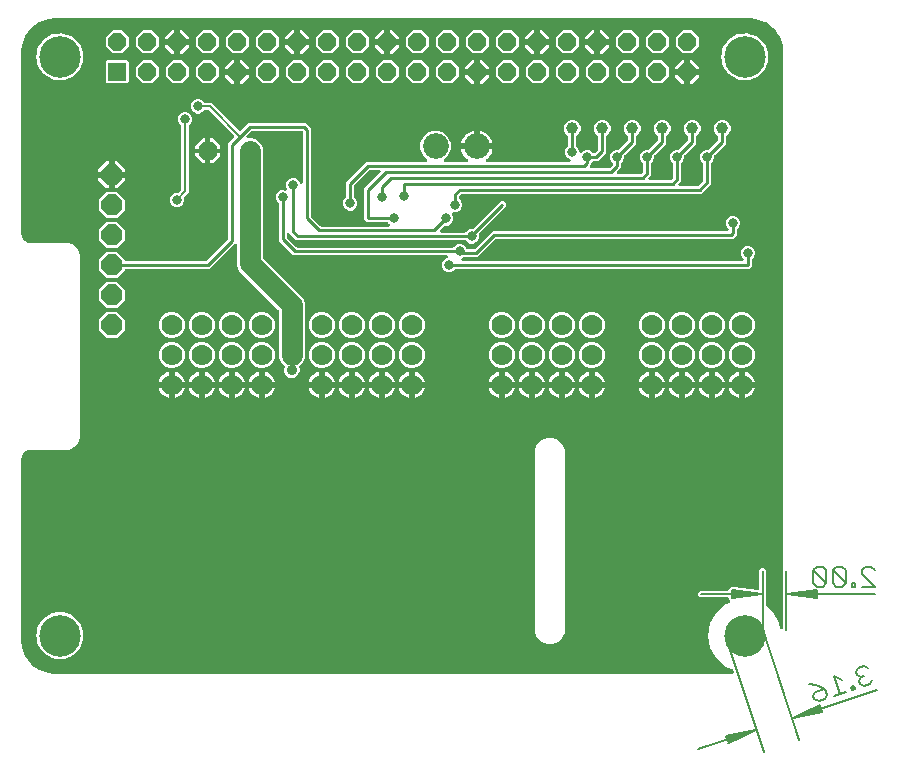
<source format=gbr>
G04 EAGLE Gerber RS-274X export*
G75*
%MOMM*%
%FSLAX34Y34*%
%LPD*%
%INBottom Copper*%
%IPPOS*%
%AMOC8*
5,1,8,0,0,1.08239X$1,22.5*%
G01*
%ADD10C,0.130000*%
%ADD11C,0.152400*%
%ADD12C,2.184400*%
%ADD13C,3.516000*%
%ADD14P,1.732040X8X202.500000*%
%ADD15C,1.600200*%
%ADD16P,1.924489X8X202.500000*%
%ADD17C,1.778000*%
%ADD18C,1.000000*%
%ADD19R,1.524000X1.524000*%
%ADD20P,1.649562X8X22.500000*%
%ADD21C,1.778000*%
%ADD22C,0.906400*%
%ADD23C,0.254000*%
%ADD24C,0.800100*%
%ADD25C,0.406400*%
%ADD26C,0.203200*%

G36*
X604569Y2541D02*
X604569Y2541D01*
X604573Y2541D01*
X604727Y2561D01*
X604880Y2581D01*
X604884Y2582D01*
X604888Y2583D01*
X605034Y2641D01*
X605175Y2698D01*
X605179Y2700D01*
X605183Y2702D01*
X605308Y2794D01*
X605433Y2884D01*
X605436Y2888D01*
X605439Y2891D01*
X605537Y3010D01*
X605636Y3129D01*
X605638Y3134D01*
X605640Y3137D01*
X605705Y3278D01*
X605771Y3417D01*
X605772Y3422D01*
X605774Y3426D01*
X605802Y3577D01*
X605831Y3729D01*
X605831Y3734D01*
X605831Y3738D01*
X605821Y3894D01*
X605811Y4047D01*
X605810Y4051D01*
X605810Y4056D01*
X605768Y4211D01*
X605325Y5542D01*
X605320Y5553D01*
X605317Y5565D01*
X605290Y5618D01*
X605290Y5619D01*
X605289Y5620D01*
X605251Y5696D01*
X605187Y5829D01*
X605179Y5838D01*
X605174Y5849D01*
X605078Y5959D01*
X604983Y6072D01*
X604973Y6079D01*
X604965Y6089D01*
X604844Y6171D01*
X604724Y6257D01*
X604713Y6262D01*
X604702Y6269D01*
X604555Y6333D01*
X599509Y8170D01*
X591267Y15086D01*
X585887Y24404D01*
X584019Y35000D01*
X585887Y45596D01*
X591267Y54914D01*
X599509Y61830D01*
X601793Y62662D01*
X601932Y62733D01*
X602072Y62804D01*
X602074Y62806D01*
X602076Y62807D01*
X602193Y62911D01*
X602311Y63014D01*
X602312Y63016D01*
X602314Y63018D01*
X602399Y63144D01*
X602490Y63277D01*
X602491Y63280D01*
X602492Y63282D01*
X602542Y63423D01*
X602598Y63576D01*
X602598Y63579D01*
X602599Y63581D01*
X602613Y63736D01*
X602628Y63893D01*
X602628Y63895D01*
X602628Y63898D01*
X602603Y64053D01*
X602579Y64207D01*
X602578Y64209D01*
X602577Y64212D01*
X602514Y64357D01*
X602453Y64499D01*
X602451Y64501D01*
X602450Y64504D01*
X602354Y64627D01*
X602258Y64751D01*
X602256Y64753D01*
X602254Y64754D01*
X602250Y64757D01*
X602138Y64857D01*
X601438Y65400D01*
X601429Y65437D01*
X601419Y65454D01*
X601414Y65473D01*
X601342Y65594D01*
X601317Y65640D01*
X601317Y66048D01*
X601302Y66166D01*
X601295Y66285D01*
X601282Y66323D01*
X601277Y66364D01*
X601234Y66474D01*
X601197Y66587D01*
X601175Y66622D01*
X601160Y66659D01*
X601091Y66755D01*
X601027Y66856D01*
X600997Y66884D01*
X600974Y66917D01*
X600882Y66993D01*
X600795Y67074D01*
X600760Y67094D01*
X600729Y67119D01*
X600621Y67170D01*
X600517Y67228D01*
X600477Y67238D01*
X600441Y67255D01*
X600324Y67277D01*
X600209Y67307D01*
X600149Y67311D01*
X600129Y67315D01*
X600108Y67313D01*
X600048Y67317D01*
X576889Y67317D01*
X575317Y68889D01*
X575317Y71111D01*
X576889Y72683D01*
X600048Y72683D01*
X600166Y72698D01*
X600285Y72705D01*
X600323Y72718D01*
X600364Y72723D01*
X600474Y72766D01*
X600587Y72803D01*
X600622Y72825D01*
X600659Y72840D01*
X600755Y72909D01*
X600856Y72973D01*
X600884Y73003D01*
X600917Y73026D01*
X600993Y73118D01*
X601074Y73205D01*
X601094Y73240D01*
X601119Y73271D01*
X601170Y73379D01*
X601228Y73483D01*
X601238Y73523D01*
X601255Y73559D01*
X601277Y73676D01*
X601307Y73791D01*
X601311Y73851D01*
X601315Y73871D01*
X601313Y73892D01*
X601317Y73952D01*
X601317Y74353D01*
X601341Y74383D01*
X601348Y74401D01*
X601360Y74417D01*
X601411Y74547D01*
X601432Y74595D01*
X602159Y75159D01*
X602161Y75161D01*
X602231Y75223D01*
X602243Y75232D01*
X602249Y75239D01*
X602278Y75265D01*
X602924Y75910D01*
X602962Y75915D01*
X602980Y75922D01*
X602999Y75925D01*
X603128Y75981D01*
X603176Y76000D01*
X604089Y75885D01*
X604092Y75885D01*
X604248Y75875D01*
X605161Y75875D01*
X605191Y75852D01*
X605209Y75844D01*
X605225Y75832D01*
X605354Y75781D01*
X605483Y75725D01*
X605502Y75722D01*
X605520Y75715D01*
X605679Y75685D01*
X625889Y73140D01*
X625929Y73140D01*
X625968Y73132D01*
X626087Y73140D01*
X626207Y73140D01*
X626246Y73150D01*
X626285Y73152D01*
X626399Y73189D01*
X626515Y73219D01*
X626550Y73238D01*
X626587Y73250D01*
X626689Y73314D01*
X626794Y73372D01*
X626823Y73399D01*
X626856Y73420D01*
X626938Y73508D01*
X627026Y73590D01*
X627047Y73623D01*
X627074Y73652D01*
X627132Y73757D01*
X627196Y73858D01*
X627209Y73896D01*
X627228Y73930D01*
X627258Y74047D01*
X627295Y74161D01*
X627297Y74200D01*
X627307Y74238D01*
X627317Y74399D01*
X627317Y90611D01*
X628889Y92183D01*
X631111Y92183D01*
X632683Y90611D01*
X632683Y60583D01*
X632702Y60431D01*
X632720Y60277D01*
X632722Y60272D01*
X632723Y60267D01*
X632779Y60124D01*
X632835Y59981D01*
X632838Y59976D01*
X632840Y59972D01*
X632931Y59846D01*
X633020Y59722D01*
X633024Y59717D01*
X633026Y59714D01*
X633033Y59709D01*
X633136Y59611D01*
X638733Y54914D01*
X644113Y45596D01*
X644798Y41710D01*
X644812Y41663D01*
X644819Y41614D01*
X644859Y41512D01*
X644892Y41406D01*
X644918Y41364D01*
X644936Y41319D01*
X645001Y41229D01*
X645059Y41135D01*
X645094Y41101D01*
X645122Y41061D01*
X645208Y40991D01*
X645287Y40914D01*
X645330Y40890D01*
X645367Y40859D01*
X645467Y40812D01*
X645564Y40757D01*
X645611Y40744D01*
X645655Y40723D01*
X645764Y40702D01*
X645871Y40673D01*
X645920Y40672D01*
X645968Y40663D01*
X646078Y40670D01*
X646189Y40669D01*
X646236Y40680D01*
X646285Y40683D01*
X646390Y40717D01*
X646498Y40743D01*
X646541Y40766D01*
X646587Y40781D01*
X646681Y40840D01*
X646779Y40892D01*
X646815Y40925D01*
X646856Y40951D01*
X646932Y41032D01*
X647014Y41106D01*
X647041Y41147D01*
X647074Y41183D01*
X647127Y41280D01*
X647188Y41372D01*
X647204Y41419D01*
X647228Y41461D01*
X647255Y41568D01*
X647291Y41673D01*
X647295Y41722D01*
X647307Y41769D01*
X647317Y41930D01*
X647317Y90713D01*
X647322Y90724D01*
X647370Y90810D01*
X647385Y90869D01*
X647409Y90925D01*
X647424Y91023D01*
X647449Y91118D01*
X647455Y91218D01*
X647459Y91239D01*
X647457Y91251D01*
X647459Y91279D01*
X647459Y530000D01*
X647457Y530022D01*
X647455Y530100D01*
X647133Y534197D01*
X647119Y534264D01*
X647115Y534333D01*
X647075Y534489D01*
X644543Y542282D01*
X644492Y542390D01*
X644449Y542500D01*
X644416Y542551D01*
X644407Y542570D01*
X644394Y542586D01*
X644362Y542636D01*
X639546Y549265D01*
X639465Y549352D01*
X639389Y549443D01*
X639342Y549482D01*
X639328Y549497D01*
X639311Y549508D01*
X639265Y549546D01*
X632636Y554362D01*
X632532Y554420D01*
X632432Y554483D01*
X632375Y554506D01*
X632357Y554516D01*
X632338Y554521D01*
X632282Y554543D01*
X624489Y557075D01*
X624421Y557088D01*
X624356Y557110D01*
X624197Y557133D01*
X620100Y557455D01*
X620078Y557454D01*
X620000Y557459D01*
X30000Y557459D01*
X29978Y557457D01*
X29900Y557455D01*
X25803Y557133D01*
X25736Y557119D01*
X25667Y557115D01*
X25511Y557075D01*
X17718Y554543D01*
X17610Y554492D01*
X17500Y554449D01*
X17449Y554416D01*
X17430Y554407D01*
X17414Y554394D01*
X17364Y554362D01*
X10735Y549546D01*
X10648Y549465D01*
X10557Y549389D01*
X10518Y549342D01*
X10503Y549328D01*
X10492Y549311D01*
X10454Y549265D01*
X5638Y542636D01*
X5580Y542532D01*
X5517Y542432D01*
X5494Y542375D01*
X5484Y542357D01*
X5479Y542338D01*
X5457Y542282D01*
X2925Y534489D01*
X2912Y534422D01*
X2890Y534356D01*
X2867Y534197D01*
X2545Y530100D01*
X2546Y530078D01*
X2541Y530000D01*
X2541Y375000D01*
X2543Y374980D01*
X2547Y374876D01*
X2666Y373668D01*
X2689Y373564D01*
X2704Y373459D01*
X2732Y373379D01*
X2736Y373358D01*
X2744Y373344D01*
X2756Y373307D01*
X3681Y371075D01*
X3685Y371067D01*
X3688Y371058D01*
X3764Y370928D01*
X3838Y370799D01*
X3845Y370792D01*
X3849Y370784D01*
X3956Y370664D01*
X5664Y368956D01*
X5671Y368950D01*
X5677Y368943D01*
X5796Y368853D01*
X5915Y368761D01*
X5923Y368757D01*
X5931Y368751D01*
X6075Y368681D01*
X8307Y367756D01*
X8409Y367728D01*
X8509Y367692D01*
X8592Y367678D01*
X8613Y367672D01*
X8629Y367672D01*
X8668Y367666D01*
X9876Y367547D01*
X9895Y367547D01*
X10000Y367541D01*
X42495Y367541D01*
X47104Y365632D01*
X50632Y362104D01*
X52541Y357495D01*
X52541Y202505D01*
X50632Y197896D01*
X47104Y194368D01*
X42495Y192459D01*
X10000Y192459D01*
X9980Y192457D01*
X9876Y192453D01*
X8668Y192334D01*
X8564Y192311D01*
X8459Y192296D01*
X8379Y192268D01*
X8358Y192264D01*
X8344Y192256D01*
X8307Y192244D01*
X6075Y191319D01*
X6067Y191315D01*
X6058Y191312D01*
X5928Y191236D01*
X5799Y191162D01*
X5792Y191155D01*
X5784Y191151D01*
X5664Y191044D01*
X3956Y189336D01*
X3950Y189329D01*
X3943Y189323D01*
X3853Y189204D01*
X3761Y189085D01*
X3757Y189077D01*
X3751Y189069D01*
X3681Y188925D01*
X2756Y186693D01*
X2728Y186591D01*
X2692Y186491D01*
X2678Y186408D01*
X2672Y186387D01*
X2672Y186371D01*
X2666Y186332D01*
X2547Y185124D01*
X2547Y185105D01*
X2541Y185000D01*
X2541Y30000D01*
X2543Y29978D01*
X2545Y29900D01*
X2867Y25803D01*
X2881Y25736D01*
X2885Y25667D01*
X2925Y25511D01*
X5457Y17718D01*
X5508Y17610D01*
X5551Y17500D01*
X5584Y17449D01*
X5593Y17430D01*
X5606Y17414D01*
X5638Y17364D01*
X10454Y10735D01*
X10535Y10648D01*
X10611Y10557D01*
X10658Y10518D01*
X10672Y10503D01*
X10689Y10492D01*
X10735Y10454D01*
X10810Y10399D01*
X17364Y5638D01*
X17468Y5580D01*
X17568Y5517D01*
X17625Y5494D01*
X17643Y5484D01*
X17662Y5479D01*
X17718Y5457D01*
X25511Y2925D01*
X25579Y2912D01*
X25644Y2890D01*
X25803Y2867D01*
X29900Y2545D01*
X29922Y2546D01*
X30000Y2541D01*
X604564Y2541D01*
X604569Y2541D01*
G37*
%LPC*%
G36*
X230144Y253295D02*
X230144Y253295D01*
X227731Y254295D01*
X225885Y256141D01*
X224885Y258554D01*
X224885Y261166D01*
X225296Y262158D01*
X225304Y262187D01*
X225318Y262213D01*
X225346Y262340D01*
X225380Y262465D01*
X225381Y262495D01*
X225387Y262524D01*
X225383Y262653D01*
X225385Y262783D01*
X225379Y262812D01*
X225378Y262841D01*
X225342Y262966D01*
X225311Y263092D01*
X225297Y263119D01*
X225289Y263147D01*
X225223Y263259D01*
X225163Y263374D01*
X225143Y263395D01*
X225128Y263421D01*
X225021Y263542D01*
X222190Y266373D01*
X220527Y270387D01*
X220527Y309420D01*
X220515Y309518D01*
X220512Y309617D01*
X220495Y309675D01*
X220487Y309735D01*
X220451Y309828D01*
X220423Y309923D01*
X220393Y309975D01*
X220370Y310031D01*
X220312Y310111D01*
X220262Y310197D01*
X220196Y310272D01*
X220184Y310288D01*
X220174Y310296D01*
X220156Y310317D01*
X186630Y343843D01*
X184967Y347857D01*
X184967Y365662D01*
X184950Y365800D01*
X184937Y365939D01*
X184930Y365958D01*
X184927Y365978D01*
X184876Y366107D01*
X184829Y366238D01*
X184818Y366255D01*
X184810Y366273D01*
X184729Y366386D01*
X184651Y366501D01*
X184635Y366514D01*
X184624Y366531D01*
X184516Y366620D01*
X184412Y366712D01*
X184394Y366721D01*
X184379Y366734D01*
X184253Y366793D01*
X184129Y366856D01*
X184109Y366861D01*
X184091Y366869D01*
X183954Y366895D01*
X183819Y366926D01*
X183798Y366925D01*
X183779Y366929D01*
X183640Y366920D01*
X183501Y366916D01*
X183481Y366910D01*
X183461Y366909D01*
X183329Y366866D01*
X183195Y366828D01*
X183178Y366817D01*
X183159Y366811D01*
X183041Y366737D01*
X182921Y366666D01*
X182900Y366648D01*
X182890Y366641D01*
X182876Y366626D01*
X182801Y366560D01*
X181647Y365406D01*
X181646Y365406D01*
X161698Y345457D01*
X91242Y345457D01*
X91124Y345442D01*
X91005Y345435D01*
X90967Y345422D01*
X90926Y345417D01*
X90816Y345374D01*
X90703Y345337D01*
X90668Y345315D01*
X90631Y345300D01*
X90535Y345231D01*
X90434Y345167D01*
X90406Y345137D01*
X90373Y345114D01*
X90297Y345022D01*
X90216Y344935D01*
X90196Y344900D01*
X90171Y344869D01*
X90120Y344761D01*
X90062Y344657D01*
X90052Y344617D01*
X90035Y344581D01*
X90013Y344464D01*
X89983Y344349D01*
X89979Y344289D01*
X89975Y344269D01*
X89977Y344248D01*
X89976Y344239D01*
X83574Y337837D01*
X74526Y337837D01*
X68127Y344236D01*
X68127Y353284D01*
X74526Y359683D01*
X83574Y359683D01*
X89980Y353277D01*
X89988Y353214D01*
X89995Y353095D01*
X90008Y353057D01*
X90013Y353016D01*
X90056Y352906D01*
X90093Y352793D01*
X90115Y352758D01*
X90130Y352721D01*
X90199Y352625D01*
X90263Y352524D01*
X90293Y352496D01*
X90316Y352463D01*
X90408Y352387D01*
X90495Y352306D01*
X90530Y352286D01*
X90561Y352261D01*
X90669Y352210D01*
X90773Y352152D01*
X90813Y352142D01*
X90849Y352125D01*
X90966Y352103D01*
X91081Y352073D01*
X91141Y352069D01*
X91161Y352065D01*
X91182Y352067D01*
X91242Y352063D01*
X158436Y352063D01*
X158534Y352075D01*
X158633Y352078D01*
X158692Y352095D01*
X158752Y352103D01*
X158844Y352139D01*
X158939Y352167D01*
X158991Y352197D01*
X159047Y352220D01*
X159127Y352278D01*
X159213Y352328D01*
X159288Y352394D01*
X159305Y352406D01*
X159313Y352416D01*
X159334Y352434D01*
X176976Y370076D01*
X177036Y370155D01*
X177104Y370227D01*
X177133Y370280D01*
X177170Y370328D01*
X177210Y370419D01*
X177258Y370505D01*
X177273Y370564D01*
X177297Y370619D01*
X177312Y370717D01*
X177337Y370813D01*
X177343Y370913D01*
X177347Y370934D01*
X177345Y370946D01*
X177347Y370974D01*
X177347Y451728D01*
X182256Y456637D01*
X182329Y456731D01*
X182408Y456820D01*
X182426Y456856D01*
X182451Y456888D01*
X182499Y456998D01*
X182553Y457104D01*
X182562Y457143D01*
X182578Y457180D01*
X182596Y457298D01*
X182622Y457414D01*
X182621Y457454D01*
X182627Y457494D01*
X182616Y457613D01*
X182613Y457732D01*
X182601Y457771D01*
X182598Y457811D01*
X182557Y457923D01*
X182524Y458037D01*
X182504Y458072D01*
X182490Y458110D01*
X182423Y458209D01*
X182363Y458311D01*
X182323Y458357D01*
X182311Y458373D01*
X182296Y458387D01*
X182256Y458432D01*
X161109Y479580D01*
X161031Y479640D01*
X160959Y479708D01*
X160906Y479737D01*
X160858Y479774D01*
X160767Y479814D01*
X160680Y479862D01*
X160621Y479877D01*
X160566Y479901D01*
X160468Y479916D01*
X160372Y479941D01*
X160272Y479947D01*
X160252Y479951D01*
X160239Y479949D01*
X160211Y479951D01*
X158009Y479951D01*
X157911Y479939D01*
X157812Y479936D01*
X157754Y479919D01*
X157694Y479911D01*
X157602Y479875D01*
X157507Y479847D01*
X157454Y479817D01*
X157398Y479794D01*
X157318Y479736D01*
X157233Y479686D01*
X157157Y479620D01*
X157141Y479608D01*
X157133Y479598D01*
X157112Y479580D01*
X155418Y477885D01*
X153200Y476967D01*
X150800Y476967D01*
X148582Y477885D01*
X146885Y479582D01*
X145967Y481800D01*
X145967Y484200D01*
X146885Y486418D01*
X148582Y488115D01*
X150800Y489033D01*
X153200Y489033D01*
X155418Y488115D01*
X157112Y486420D01*
X157190Y486360D01*
X157262Y486292D01*
X157315Y486263D01*
X157363Y486226D01*
X157454Y486186D01*
X157541Y486138D01*
X157599Y486123D01*
X157655Y486099D01*
X157753Y486084D01*
X157849Y486059D01*
X157949Y486053D01*
X157969Y486049D01*
X157981Y486051D01*
X158009Y486049D01*
X163263Y486049D01*
X186568Y462744D01*
X186662Y462671D01*
X186751Y462592D01*
X186787Y462574D01*
X186819Y462549D01*
X186929Y462501D01*
X187034Y462447D01*
X187074Y462438D01*
X187111Y462422D01*
X187229Y462404D01*
X187345Y462378D01*
X187385Y462379D01*
X187425Y462373D01*
X187544Y462384D01*
X187663Y462387D01*
X187701Y462399D01*
X187742Y462402D01*
X187854Y462443D01*
X187968Y462476D01*
X188003Y462496D01*
X188041Y462510D01*
X188140Y462577D01*
X188242Y462637D01*
X188287Y462677D01*
X188304Y462689D01*
X188318Y462704D01*
X188363Y462744D01*
X192216Y466596D01*
X194522Y468903D01*
X242978Y468903D01*
X247453Y464428D01*
X247453Y390024D01*
X247465Y389926D01*
X247468Y389827D01*
X247485Y389768D01*
X247493Y389708D01*
X247529Y389616D01*
X247557Y389521D01*
X247587Y389469D01*
X247610Y389413D01*
X247668Y389333D01*
X247718Y389247D01*
X247784Y389172D01*
X247796Y389155D01*
X247806Y389147D01*
X247824Y389126D01*
X255306Y381644D01*
X255385Y381584D01*
X255457Y381516D01*
X255510Y381487D01*
X255558Y381450D01*
X255649Y381410D01*
X255735Y381362D01*
X255794Y381347D01*
X255849Y381323D01*
X255947Y381308D01*
X256043Y381283D01*
X256143Y381277D01*
X256164Y381273D01*
X256176Y381275D01*
X256204Y381273D01*
X313071Y381273D01*
X313209Y381290D01*
X313347Y381303D01*
X313366Y381310D01*
X313386Y381313D01*
X313515Y381364D01*
X313646Y381411D01*
X313663Y381422D01*
X313682Y381430D01*
X313794Y381511D01*
X313910Y381589D01*
X313923Y381605D01*
X313939Y381616D01*
X314028Y381724D01*
X314120Y381828D01*
X314129Y381846D01*
X314142Y381861D01*
X314201Y381987D01*
X314265Y382111D01*
X314269Y382131D01*
X314278Y382149D01*
X314304Y382286D01*
X314334Y382421D01*
X314334Y382442D01*
X314337Y382461D01*
X314329Y382600D01*
X314325Y382739D01*
X314319Y382759D01*
X314318Y382779D01*
X314275Y382911D01*
X314236Y383045D01*
X314226Y383062D01*
X314220Y383081D01*
X314145Y383199D01*
X314075Y383319D01*
X314056Y383340D01*
X314050Y383350D01*
X314035Y383364D01*
X313968Y383439D01*
X312952Y384456D01*
X312874Y384516D01*
X312802Y384584D01*
X312749Y384613D01*
X312701Y384650D01*
X312610Y384690D01*
X312523Y384738D01*
X312465Y384753D01*
X312409Y384777D01*
X312311Y384792D01*
X312215Y384817D01*
X312115Y384823D01*
X312095Y384827D01*
X312083Y384825D01*
X312055Y384827D01*
X294852Y384827D01*
X292917Y386762D01*
X292917Y413628D01*
X295223Y415934D01*
X295224Y415934D01*
X306400Y427111D01*
X306485Y427220D01*
X306574Y427327D01*
X306582Y427346D01*
X306595Y427362D01*
X306650Y427490D01*
X306709Y427615D01*
X306713Y427635D01*
X306721Y427654D01*
X306743Y427792D01*
X306769Y427928D01*
X306768Y427948D01*
X306771Y427968D01*
X306758Y428107D01*
X306749Y428245D01*
X306743Y428264D01*
X306741Y428284D01*
X306694Y428416D01*
X306651Y428547D01*
X306640Y428565D01*
X306633Y428584D01*
X306555Y428699D01*
X306481Y428816D01*
X306466Y428830D01*
X306455Y428847D01*
X306351Y428939D01*
X306249Y429034D01*
X306232Y429044D01*
X306216Y429057D01*
X306093Y429120D01*
X305971Y429188D01*
X305951Y429193D01*
X305933Y429202D01*
X305797Y429232D01*
X305663Y429267D01*
X305635Y429269D01*
X305623Y429272D01*
X305602Y429271D01*
X305502Y429277D01*
X298114Y429277D01*
X298016Y429265D01*
X297917Y429262D01*
X297858Y429245D01*
X297798Y429237D01*
X297706Y429201D01*
X297611Y429173D01*
X297559Y429143D01*
X297503Y429120D01*
X297423Y429062D01*
X297337Y429012D01*
X297262Y428946D01*
X297245Y428934D01*
X297237Y428924D01*
X297216Y428906D01*
X284654Y416344D01*
X284594Y416265D01*
X284526Y416193D01*
X284497Y416140D01*
X284460Y416092D01*
X284420Y416001D01*
X284372Y415915D01*
X284357Y415856D01*
X284333Y415801D01*
X284318Y415703D01*
X284293Y415607D01*
X284287Y415507D01*
X284283Y415486D01*
X284285Y415474D01*
X284283Y415446D01*
X284283Y406585D01*
X284295Y406487D01*
X284298Y406388D01*
X284315Y406330D01*
X284323Y406270D01*
X284359Y406178D01*
X284387Y406083D01*
X284417Y406030D01*
X284440Y405974D01*
X284498Y405894D01*
X284548Y405809D01*
X284614Y405733D01*
X284626Y405717D01*
X284636Y405709D01*
X284654Y405688D01*
X286095Y404248D01*
X287013Y402030D01*
X287013Y399630D01*
X286095Y397412D01*
X284398Y395715D01*
X282180Y394797D01*
X279780Y394797D01*
X277562Y395715D01*
X275865Y397412D01*
X274947Y399630D01*
X274947Y402030D01*
X275865Y404248D01*
X277306Y405688D01*
X277366Y405766D01*
X277434Y405838D01*
X277463Y405891D01*
X277500Y405939D01*
X277540Y406030D01*
X277588Y406117D01*
X277603Y406175D01*
X277627Y406231D01*
X277642Y406329D01*
X277667Y406425D01*
X277673Y406525D01*
X277677Y406545D01*
X277675Y406557D01*
X277677Y406585D01*
X277677Y418708D01*
X294852Y435883D01*
X344972Y435883D01*
X345110Y435900D01*
X345249Y435913D01*
X345268Y435920D01*
X345288Y435923D01*
X345417Y435974D01*
X345548Y436021D01*
X345565Y436032D01*
X345584Y436040D01*
X345696Y436121D01*
X345811Y436199D01*
X345824Y436215D01*
X345841Y436226D01*
X345930Y436334D01*
X346022Y436438D01*
X346031Y436456D01*
X346044Y436471D01*
X346103Y436597D01*
X346166Y436721D01*
X346171Y436741D01*
X346179Y436759D01*
X346205Y436895D01*
X346236Y437031D01*
X346235Y437052D01*
X346239Y437071D01*
X346230Y437210D01*
X346226Y437349D01*
X346220Y437369D01*
X346219Y437389D01*
X346176Y437521D01*
X346138Y437655D01*
X346127Y437672D01*
X346121Y437691D01*
X346047Y437809D01*
X345976Y437929D01*
X345958Y437950D01*
X345951Y437960D01*
X345936Y437974D01*
X345870Y438049D01*
X342167Y441752D01*
X340195Y446513D01*
X340195Y451667D01*
X342167Y456428D01*
X345812Y460073D01*
X350573Y462045D01*
X355727Y462045D01*
X360488Y460073D01*
X364133Y456428D01*
X366105Y451667D01*
X366105Y446513D01*
X364133Y441752D01*
X360430Y438049D01*
X360345Y437940D01*
X360256Y437833D01*
X360248Y437814D01*
X360235Y437798D01*
X360180Y437670D01*
X360121Y437545D01*
X360117Y437525D01*
X360109Y437506D01*
X360087Y437368D01*
X360061Y437232D01*
X360062Y437212D01*
X360059Y437192D01*
X360072Y437053D01*
X360081Y436915D01*
X360087Y436896D01*
X360089Y436876D01*
X360136Y436744D01*
X360179Y436613D01*
X360190Y436595D01*
X360196Y436576D01*
X360275Y436461D01*
X360349Y436344D01*
X360364Y436330D01*
X360375Y436313D01*
X360479Y436221D01*
X360581Y436126D01*
X360598Y436116D01*
X360613Y436103D01*
X360738Y436039D01*
X360859Y435972D01*
X360879Y435967D01*
X360897Y435958D01*
X361033Y435928D01*
X361167Y435893D01*
X361195Y435891D01*
X361207Y435888D01*
X361228Y435889D01*
X361328Y435883D01*
X379518Y435883D01*
X379597Y435893D01*
X379676Y435893D01*
X379754Y435913D01*
X379833Y435923D01*
X379907Y435952D01*
X379985Y435972D01*
X380055Y436010D01*
X380129Y436040D01*
X380193Y436086D01*
X380263Y436125D01*
X380322Y436179D01*
X380386Y436226D01*
X380437Y436288D01*
X380495Y436342D01*
X380538Y436410D01*
X380589Y436471D01*
X380623Y436543D01*
X380666Y436611D01*
X380691Y436687D01*
X380725Y436759D01*
X380740Y436837D01*
X380764Y436913D01*
X380769Y436993D01*
X380784Y437071D01*
X380780Y437151D01*
X380785Y437230D01*
X380770Y437309D01*
X380765Y437389D01*
X380740Y437465D01*
X380725Y437543D01*
X380691Y437615D01*
X380667Y437691D01*
X380624Y437759D01*
X380590Y437831D01*
X380539Y437893D01*
X380497Y437960D01*
X380439Y438015D01*
X380388Y438076D01*
X380266Y438177D01*
X380265Y438178D01*
X380264Y438178D01*
X380264Y438179D01*
X379380Y438821D01*
X377881Y440320D01*
X376636Y442034D01*
X375674Y443922D01*
X375019Y445937D01*
X374915Y446591D01*
X386920Y446591D01*
X387038Y446606D01*
X387157Y446613D01*
X387195Y446625D01*
X387235Y446631D01*
X387346Y446674D01*
X387459Y446711D01*
X387493Y446733D01*
X387531Y446748D01*
X387627Y446817D01*
X387728Y446881D01*
X387756Y446911D01*
X387788Y446934D01*
X387864Y447026D01*
X387946Y447113D01*
X387965Y447148D01*
X387991Y447179D01*
X388042Y447287D01*
X388099Y447391D01*
X388109Y447431D01*
X388127Y447467D01*
X388147Y447574D01*
X388151Y447544D01*
X388195Y447434D01*
X388231Y447321D01*
X388253Y447286D01*
X388268Y447249D01*
X388338Y447152D01*
X388401Y447052D01*
X388431Y447024D01*
X388455Y446991D01*
X388546Y446915D01*
X388633Y446834D01*
X388668Y446814D01*
X388700Y446789D01*
X388807Y446738D01*
X388912Y446680D01*
X388951Y446670D01*
X388987Y446653D01*
X389104Y446631D01*
X389220Y446601D01*
X389280Y446597D01*
X389300Y446593D01*
X389320Y446595D01*
X389380Y446591D01*
X401385Y446591D01*
X401281Y445937D01*
X400626Y443922D01*
X399664Y442034D01*
X398419Y440320D01*
X396920Y438821D01*
X396036Y438179D01*
X395978Y438124D01*
X395914Y438078D01*
X395863Y438016D01*
X395804Y437961D01*
X395762Y437894D01*
X395711Y437833D01*
X395677Y437760D01*
X395634Y437693D01*
X395609Y437617D01*
X395575Y437545D01*
X395560Y437466D01*
X395536Y437390D01*
X395531Y437311D01*
X395516Y437232D01*
X395521Y437153D01*
X395515Y437073D01*
X395530Y436995D01*
X395535Y436915D01*
X395560Y436839D01*
X395575Y436760D01*
X395609Y436688D01*
X395633Y436613D01*
X395676Y436545D01*
X395710Y436473D01*
X395761Y436411D01*
X395803Y436344D01*
X395862Y436289D01*
X395913Y436227D01*
X395977Y436180D01*
X396035Y436126D01*
X396105Y436087D01*
X396170Y436040D01*
X396244Y436011D01*
X396314Y435972D01*
X396391Y435952D01*
X396465Y435923D01*
X396544Y435913D01*
X396622Y435893D01*
X396779Y435883D01*
X396781Y435883D01*
X396782Y435883D01*
X466414Y435883D01*
X466484Y435891D01*
X466553Y435890D01*
X466641Y435911D01*
X466730Y435923D01*
X466795Y435948D01*
X466863Y435965D01*
X466942Y436007D01*
X467026Y436040D01*
X467082Y436081D01*
X467144Y436113D01*
X467210Y436174D01*
X467283Y436226D01*
X467328Y436280D01*
X467379Y436327D01*
X467428Y436402D01*
X467486Y436471D01*
X467516Y436535D01*
X467554Y436593D01*
X467583Y436678D01*
X467621Y436759D01*
X467634Y436828D01*
X467657Y436894D01*
X467664Y436983D01*
X467681Y437071D01*
X467677Y437141D01*
X467682Y437211D01*
X467667Y437299D01*
X467661Y437389D01*
X467640Y437455D01*
X467628Y437524D01*
X467591Y437606D01*
X467563Y437691D01*
X467526Y437750D01*
X467497Y437814D01*
X467441Y437884D01*
X467393Y437960D01*
X467342Y438008D01*
X467299Y438062D01*
X467227Y438117D01*
X467162Y438178D01*
X467100Y438212D01*
X467045Y438254D01*
X466900Y438325D01*
X465522Y438895D01*
X463825Y440592D01*
X462907Y442810D01*
X462907Y445210D01*
X463825Y447428D01*
X465266Y448868D01*
X465326Y448946D01*
X465394Y449018D01*
X465423Y449071D01*
X465460Y449119D01*
X465500Y449210D01*
X465548Y449297D01*
X465563Y449355D01*
X465587Y449411D01*
X465602Y449509D01*
X465627Y449605D01*
X465633Y449705D01*
X465637Y449725D01*
X465635Y449737D01*
X465637Y449765D01*
X465637Y457238D01*
X465634Y457267D01*
X465636Y457297D01*
X465614Y457424D01*
X465597Y457553D01*
X465587Y457581D01*
X465581Y457610D01*
X465528Y457728D01*
X465480Y457849D01*
X465463Y457873D01*
X465451Y457900D01*
X465370Y458001D01*
X465294Y458106D01*
X465271Y458125D01*
X465252Y458148D01*
X465149Y458226D01*
X465049Y458309D01*
X465022Y458322D01*
X464998Y458340D01*
X464972Y458353D01*
X462978Y460346D01*
X461907Y462931D01*
X461907Y465729D01*
X462978Y468314D01*
X464956Y470292D01*
X467541Y471363D01*
X470339Y471363D01*
X472924Y470292D01*
X474902Y468314D01*
X475973Y465729D01*
X475973Y462931D01*
X474902Y460346D01*
X472891Y458335D01*
X472863Y458317D01*
X472750Y458253D01*
X472729Y458232D01*
X472704Y458217D01*
X472615Y458122D01*
X472522Y458032D01*
X472506Y458007D01*
X472486Y457985D01*
X472423Y457871D01*
X472355Y457761D01*
X472347Y457732D01*
X472332Y457706D01*
X472300Y457581D01*
X472262Y457457D01*
X472260Y457427D01*
X472253Y457398D01*
X472243Y457238D01*
X472243Y449765D01*
X472255Y449667D01*
X472258Y449568D01*
X472275Y449510D01*
X472283Y449450D01*
X472319Y449358D01*
X472347Y449263D01*
X472377Y449210D01*
X472400Y449154D01*
X472458Y449074D01*
X472508Y448989D01*
X472574Y448913D01*
X472586Y448897D01*
X472596Y448889D01*
X472614Y448868D01*
X474055Y447428D01*
X474973Y445210D01*
X474973Y445130D01*
X474991Y444992D01*
X475004Y444853D01*
X475011Y444834D01*
X475013Y444814D01*
X475064Y444685D01*
X475111Y444554D01*
X475123Y444537D01*
X475130Y444519D01*
X475212Y444406D01*
X475290Y444291D01*
X475305Y444278D01*
X475317Y444261D01*
X475424Y444172D01*
X475528Y444080D01*
X475546Y444071D01*
X475562Y444058D01*
X475688Y443999D01*
X475812Y443936D01*
X475831Y443931D01*
X475850Y443923D01*
X475986Y443897D01*
X476122Y443866D01*
X476142Y443867D01*
X476162Y443863D01*
X476300Y443872D01*
X476440Y443876D01*
X476459Y443882D01*
X476479Y443883D01*
X476611Y443926D01*
X476745Y443964D01*
X476763Y443975D01*
X476782Y443981D01*
X476900Y444055D01*
X477019Y444126D01*
X477040Y444144D01*
X477051Y444151D01*
X477065Y444166D01*
X477140Y444232D01*
X478222Y445315D01*
X480440Y446233D01*
X482840Y446233D01*
X485058Y445315D01*
X486483Y443889D01*
X486577Y443816D01*
X486667Y443737D01*
X486703Y443719D01*
X486735Y443694D01*
X486844Y443647D01*
X486950Y443593D01*
X486989Y443584D01*
X487026Y443568D01*
X487144Y443549D01*
X487260Y443523D01*
X487300Y443524D01*
X487340Y443518D01*
X487459Y443529D01*
X487578Y443533D01*
X487617Y443544D01*
X487657Y443548D01*
X487769Y443588D01*
X487883Y443621D01*
X487918Y443642D01*
X487956Y443655D01*
X488055Y443722D01*
X488157Y443783D01*
X488203Y443822D01*
X488219Y443834D01*
X488233Y443849D01*
X488278Y443889D01*
X490666Y446276D01*
X490726Y446355D01*
X490794Y446427D01*
X490823Y446480D01*
X490860Y446528D01*
X490900Y446619D01*
X490948Y446705D01*
X490963Y446764D01*
X490987Y446819D01*
X491002Y446917D01*
X491027Y447013D01*
X491033Y447113D01*
X491037Y447134D01*
X491035Y447146D01*
X491037Y447174D01*
X491037Y457238D01*
X491034Y457267D01*
X491036Y457296D01*
X491014Y457425D01*
X490997Y457553D01*
X490987Y457581D01*
X490982Y457610D01*
X490928Y457728D01*
X490880Y457849D01*
X490863Y457873D01*
X490851Y457900D01*
X490770Y458001D01*
X490694Y458106D01*
X490671Y458125D01*
X490652Y458148D01*
X490549Y458226D01*
X490449Y458309D01*
X490422Y458322D01*
X490398Y458339D01*
X490372Y458352D01*
X488378Y460346D01*
X487307Y462931D01*
X487307Y465729D01*
X488378Y468314D01*
X490356Y470292D01*
X492941Y471363D01*
X495739Y471363D01*
X498324Y470292D01*
X500302Y468314D01*
X501373Y465729D01*
X501373Y462931D01*
X500302Y460346D01*
X498290Y458335D01*
X498263Y458317D01*
X498150Y458253D01*
X498129Y458232D01*
X498104Y458217D01*
X498015Y458122D01*
X497922Y458031D01*
X497906Y458006D01*
X497886Y457985D01*
X497823Y457871D01*
X497755Y457760D01*
X497747Y457732D01*
X497732Y457706D01*
X497700Y457581D01*
X497662Y457456D01*
X497660Y457427D01*
X497653Y457398D01*
X497643Y457238D01*
X497643Y443912D01*
X490628Y436897D01*
X487395Y436897D01*
X487297Y436885D01*
X487198Y436882D01*
X487140Y436865D01*
X487080Y436857D01*
X486988Y436821D01*
X486893Y436793D01*
X486840Y436763D01*
X486784Y436740D01*
X486704Y436682D01*
X486619Y436632D01*
X486543Y436566D01*
X486527Y436554D01*
X486519Y436544D01*
X486498Y436526D01*
X485314Y435342D01*
X485254Y435264D01*
X485186Y435192D01*
X485157Y435139D01*
X485120Y435091D01*
X485080Y435000D01*
X485032Y434913D01*
X485017Y434855D01*
X484993Y434799D01*
X484978Y434701D01*
X484953Y434605D01*
X484947Y434505D01*
X484943Y434485D01*
X484945Y434473D01*
X484943Y434445D01*
X484943Y433752D01*
X484160Y432969D01*
X484075Y432860D01*
X483986Y432753D01*
X483978Y432734D01*
X483965Y432718D01*
X483910Y432591D01*
X483851Y432465D01*
X483847Y432445D01*
X483839Y432426D01*
X483817Y432288D01*
X483791Y432152D01*
X483792Y432132D01*
X483789Y432112D01*
X483802Y431973D01*
X483811Y431835D01*
X483817Y431816D01*
X483819Y431796D01*
X483866Y431664D01*
X483909Y431533D01*
X483920Y431515D01*
X483927Y431496D01*
X484005Y431381D01*
X484079Y431264D01*
X484094Y431250D01*
X484105Y431233D01*
X484209Y431141D01*
X484311Y431046D01*
X484328Y431036D01*
X484344Y431023D01*
X484467Y430960D01*
X484589Y430892D01*
X484609Y430887D01*
X484627Y430878D01*
X484763Y430848D01*
X484897Y430813D01*
X484925Y430811D01*
X484937Y430808D01*
X484958Y430809D01*
X485058Y430803D01*
X500066Y430803D01*
X500164Y430815D01*
X500263Y430818D01*
X500322Y430835D01*
X500382Y430843D01*
X500474Y430879D01*
X500569Y430907D01*
X500621Y430937D01*
X500677Y430960D01*
X500757Y431018D01*
X500843Y431068D01*
X500918Y431134D01*
X500935Y431146D01*
X500943Y431156D01*
X500964Y431174D01*
X503351Y433562D01*
X503424Y433656D01*
X503503Y433745D01*
X503521Y433781D01*
X503546Y433813D01*
X503593Y433923D01*
X503647Y434028D01*
X503656Y434068D01*
X503672Y434105D01*
X503691Y434223D01*
X503717Y434339D01*
X503716Y434379D01*
X503722Y434419D01*
X503711Y434538D01*
X503707Y434657D01*
X503696Y434695D01*
X503692Y434736D01*
X503652Y434848D01*
X503619Y434962D01*
X503598Y434997D01*
X503585Y435035D01*
X503518Y435134D01*
X503457Y435236D01*
X503418Y435281D01*
X503406Y435298D01*
X503391Y435312D01*
X503351Y435357D01*
X501925Y436782D01*
X501007Y439000D01*
X501007Y441400D01*
X501925Y443618D01*
X503622Y445315D01*
X505840Y446233D01*
X507877Y446233D01*
X507975Y446246D01*
X508074Y446249D01*
X508132Y446265D01*
X508192Y446273D01*
X508284Y446310D01*
X508379Y446337D01*
X508432Y446368D01*
X508488Y446390D01*
X508568Y446448D01*
X508653Y446499D01*
X508729Y446565D01*
X508745Y446577D01*
X508753Y446586D01*
X508774Y446605D01*
X516066Y453896D01*
X516126Y453975D01*
X516194Y454047D01*
X516223Y454100D01*
X516260Y454148D01*
X516300Y454239D01*
X516348Y454325D01*
X516363Y454384D01*
X516387Y454439D01*
X516402Y454537D01*
X516427Y454633D01*
X516433Y454733D01*
X516437Y454754D01*
X516435Y454766D01*
X516437Y454794D01*
X516437Y457238D01*
X516434Y457267D01*
X516436Y457296D01*
X516414Y457425D01*
X516397Y457553D01*
X516387Y457581D01*
X516382Y457610D01*
X516328Y457728D01*
X516280Y457849D01*
X516263Y457873D01*
X516251Y457900D01*
X516170Y458001D01*
X516094Y458106D01*
X516071Y458125D01*
X516052Y458148D01*
X515949Y458226D01*
X515849Y458309D01*
X515822Y458322D01*
X515798Y458339D01*
X515772Y458352D01*
X513778Y460346D01*
X512707Y462931D01*
X512707Y465729D01*
X513778Y468314D01*
X515756Y470292D01*
X518341Y471363D01*
X521139Y471363D01*
X523724Y470292D01*
X525702Y468314D01*
X526773Y465729D01*
X526773Y462931D01*
X525702Y460346D01*
X523690Y458335D01*
X523663Y458317D01*
X523550Y458253D01*
X523529Y458232D01*
X523504Y458217D01*
X523415Y458122D01*
X523322Y458031D01*
X523306Y458006D01*
X523286Y457985D01*
X523223Y457871D01*
X523155Y457760D01*
X523147Y457732D01*
X523132Y457706D01*
X523100Y457581D01*
X523062Y457456D01*
X523060Y457427D01*
X523053Y457398D01*
X523043Y457238D01*
X523043Y451532D01*
X513445Y441934D01*
X513384Y441856D01*
X513316Y441784D01*
X513287Y441731D01*
X513250Y441683D01*
X513211Y441592D01*
X513163Y441505D01*
X513148Y441447D01*
X513124Y441391D01*
X513108Y441293D01*
X513083Y441197D01*
X513077Y441097D01*
X513074Y441077D01*
X513075Y441065D01*
X513073Y441037D01*
X513073Y439000D01*
X512155Y436782D01*
X510714Y435342D01*
X510654Y435264D01*
X510586Y435192D01*
X510557Y435139D01*
X510520Y435091D01*
X510480Y435000D01*
X510432Y434913D01*
X510417Y434855D01*
X510393Y434799D01*
X510378Y434701D01*
X510353Y434605D01*
X510347Y434505D01*
X510343Y434485D01*
X510345Y434473D01*
X510343Y434445D01*
X510343Y431212D01*
X507020Y427889D01*
X506935Y427779D01*
X506846Y427673D01*
X506838Y427654D01*
X506825Y427638D01*
X506770Y427510D01*
X506711Y427385D01*
X506707Y427365D01*
X506699Y427346D01*
X506677Y427208D01*
X506651Y427072D01*
X506652Y427052D01*
X506649Y427032D01*
X506662Y426893D01*
X506671Y426755D01*
X506677Y426736D01*
X506679Y426716D01*
X506726Y426584D01*
X506769Y426453D01*
X506780Y426435D01*
X506787Y426416D01*
X506865Y426301D01*
X506939Y426184D01*
X506954Y426170D01*
X506965Y426153D01*
X507069Y426061D01*
X507171Y425966D01*
X507188Y425956D01*
X507204Y425943D01*
X507328Y425879D01*
X507449Y425812D01*
X507469Y425807D01*
X507487Y425798D01*
X507623Y425768D01*
X507757Y425733D01*
X507785Y425731D01*
X507797Y425728D01*
X507818Y425729D01*
X507918Y425723D01*
X526736Y425723D01*
X526834Y425735D01*
X526933Y425738D01*
X526992Y425755D01*
X527052Y425763D01*
X527144Y425799D01*
X527239Y425827D01*
X527291Y425857D01*
X527347Y425880D01*
X527427Y425938D01*
X527513Y425988D01*
X527588Y426054D01*
X527605Y426066D01*
X527613Y426076D01*
X527634Y426094D01*
X528766Y427226D01*
X528826Y427305D01*
X528894Y427377D01*
X528923Y427430D01*
X528960Y427478D01*
X529000Y427569D01*
X529048Y427655D01*
X529063Y427714D01*
X529087Y427769D01*
X529102Y427867D01*
X529127Y427963D01*
X529133Y428063D01*
X529137Y428084D01*
X529135Y428096D01*
X529137Y428124D01*
X529137Y434445D01*
X529125Y434543D01*
X529122Y434642D01*
X529105Y434700D01*
X529097Y434760D01*
X529061Y434852D01*
X529033Y434947D01*
X529003Y435000D01*
X528980Y435056D01*
X528922Y435136D01*
X528872Y435221D01*
X528806Y435297D01*
X528794Y435313D01*
X528784Y435321D01*
X528766Y435342D01*
X527325Y436782D01*
X526407Y439000D01*
X526407Y441400D01*
X527325Y443618D01*
X529022Y445315D01*
X531240Y446233D01*
X533277Y446233D01*
X533375Y446246D01*
X533474Y446249D01*
X533532Y446265D01*
X533592Y446273D01*
X533684Y446310D01*
X533779Y446337D01*
X533832Y446368D01*
X533888Y446390D01*
X533968Y446448D01*
X534053Y446499D01*
X534129Y446565D01*
X534145Y446577D01*
X534153Y446586D01*
X534174Y446605D01*
X541466Y453896D01*
X541526Y453975D01*
X541594Y454047D01*
X541623Y454100D01*
X541660Y454148D01*
X541700Y454239D01*
X541748Y454325D01*
X541763Y454384D01*
X541787Y454439D01*
X541802Y454537D01*
X541827Y454633D01*
X541833Y454733D01*
X541837Y454754D01*
X541835Y454766D01*
X541837Y454794D01*
X541837Y457238D01*
X541834Y457267D01*
X541836Y457297D01*
X541814Y457424D01*
X541797Y457553D01*
X541787Y457581D01*
X541781Y457610D01*
X541728Y457728D01*
X541680Y457849D01*
X541663Y457873D01*
X541651Y457900D01*
X541570Y458001D01*
X541494Y458106D01*
X541471Y458125D01*
X541452Y458148D01*
X541349Y458226D01*
X541249Y458309D01*
X541222Y458322D01*
X541198Y458340D01*
X541172Y458353D01*
X539178Y460346D01*
X538107Y462931D01*
X538107Y465729D01*
X539178Y468314D01*
X541156Y470292D01*
X543741Y471363D01*
X546539Y471363D01*
X549124Y470292D01*
X551102Y468314D01*
X552173Y465729D01*
X552173Y462931D01*
X551102Y460346D01*
X549091Y458335D01*
X549063Y458317D01*
X548950Y458253D01*
X548929Y458232D01*
X548904Y458217D01*
X548815Y458122D01*
X548722Y458032D01*
X548706Y458007D01*
X548686Y457985D01*
X548623Y457871D01*
X548555Y457761D01*
X548547Y457732D01*
X548532Y457706D01*
X548500Y457581D01*
X548462Y457457D01*
X548460Y457427D01*
X548453Y457398D01*
X548443Y457238D01*
X548443Y451532D01*
X538845Y441934D01*
X538784Y441856D01*
X538716Y441784D01*
X538687Y441731D01*
X538650Y441683D01*
X538611Y441592D01*
X538563Y441505D01*
X538548Y441447D01*
X538524Y441391D01*
X538508Y441293D01*
X538483Y441197D01*
X538477Y441097D01*
X538474Y441077D01*
X538475Y441065D01*
X538473Y441037D01*
X538473Y439000D01*
X537555Y436782D01*
X536114Y435342D01*
X536054Y435264D01*
X535986Y435192D01*
X535957Y435139D01*
X535920Y435091D01*
X535880Y435000D01*
X535832Y434913D01*
X535817Y434855D01*
X535793Y434799D01*
X535778Y434701D01*
X535753Y434605D01*
X535747Y434505D01*
X535743Y434485D01*
X535745Y434473D01*
X535743Y434445D01*
X535743Y424862D01*
X533690Y422809D01*
X533605Y422700D01*
X533516Y422593D01*
X533508Y422574D01*
X533495Y422558D01*
X533440Y422430D01*
X533381Y422305D01*
X533377Y422285D01*
X533369Y422266D01*
X533347Y422128D01*
X533321Y421992D01*
X533322Y421972D01*
X533319Y421952D01*
X533332Y421813D01*
X533341Y421675D01*
X533347Y421656D01*
X533349Y421636D01*
X533396Y421504D01*
X533439Y421373D01*
X533450Y421355D01*
X533457Y421336D01*
X533535Y421221D01*
X533609Y421104D01*
X533624Y421090D01*
X533635Y421073D01*
X533739Y420981D01*
X533841Y420886D01*
X533858Y420876D01*
X533874Y420863D01*
X533998Y420799D01*
X534119Y420732D01*
X534139Y420727D01*
X534157Y420718D01*
X534293Y420688D01*
X534427Y420653D01*
X534455Y420651D01*
X534467Y420648D01*
X534488Y420649D01*
X534588Y420643D01*
X552136Y420643D01*
X552234Y420655D01*
X552333Y420658D01*
X552392Y420675D01*
X552452Y420683D01*
X552544Y420719D01*
X552639Y420747D01*
X552691Y420777D01*
X552747Y420800D01*
X552827Y420858D01*
X552913Y420908D01*
X552988Y420974D01*
X553005Y420986D01*
X553013Y420996D01*
X553034Y421014D01*
X554166Y422146D01*
X554226Y422225D01*
X554294Y422297D01*
X554323Y422350D01*
X554360Y422398D01*
X554400Y422489D01*
X554448Y422575D01*
X554463Y422634D01*
X554487Y422689D01*
X554502Y422787D01*
X554527Y422883D01*
X554533Y422983D01*
X554537Y423004D01*
X554535Y423016D01*
X554537Y423044D01*
X554537Y434445D01*
X554525Y434543D01*
X554522Y434642D01*
X554505Y434700D01*
X554497Y434760D01*
X554461Y434852D01*
X554433Y434947D01*
X554403Y435000D01*
X554380Y435056D01*
X554322Y435136D01*
X554272Y435221D01*
X554206Y435297D01*
X554194Y435313D01*
X554184Y435321D01*
X554166Y435342D01*
X552725Y436782D01*
X551807Y439000D01*
X551807Y441400D01*
X552725Y443618D01*
X554422Y445315D01*
X556640Y446233D01*
X558677Y446233D01*
X558775Y446246D01*
X558874Y446249D01*
X558932Y446265D01*
X558992Y446273D01*
X559084Y446310D01*
X559179Y446337D01*
X559232Y446368D01*
X559288Y446390D01*
X559368Y446448D01*
X559453Y446499D01*
X559529Y446565D01*
X559545Y446577D01*
X559553Y446586D01*
X559574Y446605D01*
X566866Y453896D01*
X566926Y453975D01*
X566994Y454047D01*
X567023Y454100D01*
X567060Y454148D01*
X567100Y454239D01*
X567148Y454325D01*
X567163Y454384D01*
X567187Y454439D01*
X567202Y454537D01*
X567227Y454633D01*
X567233Y454733D01*
X567237Y454754D01*
X567235Y454766D01*
X567237Y454794D01*
X567237Y457238D01*
X567234Y457267D01*
X567236Y457297D01*
X567214Y457424D01*
X567197Y457553D01*
X567187Y457581D01*
X567181Y457610D01*
X567128Y457728D01*
X567080Y457849D01*
X567063Y457873D01*
X567051Y457900D01*
X566970Y458001D01*
X566894Y458106D01*
X566871Y458125D01*
X566852Y458148D01*
X566749Y458226D01*
X566649Y458309D01*
X566622Y458322D01*
X566598Y458340D01*
X566572Y458353D01*
X564578Y460346D01*
X563507Y462931D01*
X563507Y465729D01*
X564578Y468314D01*
X566556Y470292D01*
X569141Y471363D01*
X571939Y471363D01*
X574524Y470292D01*
X576502Y468314D01*
X577573Y465729D01*
X577573Y462931D01*
X576502Y460346D01*
X574491Y458335D01*
X574463Y458317D01*
X574350Y458253D01*
X574329Y458232D01*
X574304Y458217D01*
X574215Y458122D01*
X574122Y458032D01*
X574106Y458007D01*
X574086Y457985D01*
X574023Y457871D01*
X573955Y457761D01*
X573947Y457732D01*
X573932Y457706D01*
X573900Y457581D01*
X573862Y457457D01*
X573860Y457427D01*
X573853Y457398D01*
X573843Y457238D01*
X573843Y451532D01*
X564245Y441934D01*
X564184Y441856D01*
X564116Y441784D01*
X564087Y441731D01*
X564050Y441683D01*
X564011Y441592D01*
X563963Y441505D01*
X563948Y441447D01*
X563924Y441391D01*
X563908Y441293D01*
X563883Y441197D01*
X563877Y441097D01*
X563874Y441077D01*
X563875Y441065D01*
X563873Y441037D01*
X563873Y439000D01*
X562955Y436782D01*
X561514Y435342D01*
X561454Y435264D01*
X561386Y435192D01*
X561357Y435139D01*
X561320Y435091D01*
X561280Y435000D01*
X561232Y434913D01*
X561217Y434855D01*
X561193Y434799D01*
X561178Y434701D01*
X561153Y434605D01*
X561147Y434505D01*
X561143Y434485D01*
X561145Y434473D01*
X561143Y434445D01*
X561143Y419782D01*
X559090Y417729D01*
X559005Y417620D01*
X558916Y417513D01*
X558908Y417494D01*
X558895Y417478D01*
X558840Y417350D01*
X558781Y417225D01*
X558777Y417205D01*
X558769Y417186D01*
X558747Y417048D01*
X558721Y416912D01*
X558722Y416892D01*
X558719Y416872D01*
X558732Y416733D01*
X558741Y416595D01*
X558747Y416576D01*
X558749Y416556D01*
X558796Y416424D01*
X558839Y416293D01*
X558850Y416275D01*
X558857Y416256D01*
X558935Y416141D01*
X559009Y416024D01*
X559024Y416010D01*
X559035Y415993D01*
X559139Y415901D01*
X559241Y415806D01*
X559258Y415796D01*
X559274Y415783D01*
X559398Y415719D01*
X559519Y415652D01*
X559539Y415647D01*
X559557Y415638D01*
X559693Y415608D01*
X559827Y415573D01*
X559855Y415571D01*
X559867Y415568D01*
X559888Y415569D01*
X559988Y415563D01*
X574996Y415563D01*
X575094Y415575D01*
X575193Y415578D01*
X575252Y415595D01*
X575312Y415603D01*
X575404Y415639D01*
X575499Y415667D01*
X575551Y415697D01*
X575607Y415720D01*
X575687Y415778D01*
X575773Y415828D01*
X575848Y415894D01*
X575865Y415906D01*
X575873Y415916D01*
X575894Y415934D01*
X579566Y419606D01*
X579626Y419685D01*
X579694Y419757D01*
X579723Y419810D01*
X579760Y419858D01*
X579800Y419949D01*
X579848Y420035D01*
X579863Y420094D01*
X579887Y420149D01*
X579902Y420247D01*
X579927Y420343D01*
X579933Y420443D01*
X579937Y420464D01*
X579935Y420476D01*
X579937Y420504D01*
X579937Y434445D01*
X579925Y434543D01*
X579922Y434642D01*
X579905Y434700D01*
X579897Y434760D01*
X579861Y434852D01*
X579833Y434947D01*
X579803Y435000D01*
X579780Y435056D01*
X579722Y435136D01*
X579672Y435221D01*
X579606Y435297D01*
X579594Y435313D01*
X579584Y435321D01*
X579566Y435342D01*
X578125Y436782D01*
X577207Y439000D01*
X577207Y441400D01*
X578125Y443618D01*
X579822Y445315D01*
X582040Y446233D01*
X584077Y446233D01*
X584175Y446246D01*
X584274Y446249D01*
X584332Y446265D01*
X584392Y446273D01*
X584484Y446310D01*
X584579Y446337D01*
X584632Y446368D01*
X584688Y446390D01*
X584768Y446448D01*
X584853Y446499D01*
X584929Y446565D01*
X584945Y446577D01*
X584953Y446586D01*
X584974Y446605D01*
X592266Y453896D01*
X592326Y453975D01*
X592394Y454047D01*
X592423Y454100D01*
X592460Y454148D01*
X592500Y454239D01*
X592548Y454325D01*
X592563Y454384D01*
X592587Y454439D01*
X592602Y454537D01*
X592627Y454633D01*
X592633Y454733D01*
X592637Y454754D01*
X592635Y454766D01*
X592637Y454794D01*
X592637Y457238D01*
X592634Y457267D01*
X592636Y457297D01*
X592614Y457424D01*
X592597Y457553D01*
X592587Y457581D01*
X592581Y457610D01*
X592528Y457728D01*
X592480Y457849D01*
X592463Y457873D01*
X592451Y457900D01*
X592370Y458001D01*
X592294Y458106D01*
X592271Y458125D01*
X592252Y458148D01*
X592149Y458226D01*
X592049Y458309D01*
X592022Y458322D01*
X591998Y458340D01*
X591972Y458353D01*
X589978Y460346D01*
X588907Y462931D01*
X588907Y465729D01*
X589978Y468314D01*
X591956Y470292D01*
X594541Y471363D01*
X597339Y471363D01*
X599924Y470292D01*
X601902Y468314D01*
X602973Y465729D01*
X602973Y462931D01*
X601902Y460346D01*
X599891Y458335D01*
X599863Y458317D01*
X599750Y458253D01*
X599729Y458232D01*
X599704Y458217D01*
X599615Y458122D01*
X599522Y458032D01*
X599506Y458007D01*
X599486Y457985D01*
X599423Y457871D01*
X599355Y457761D01*
X599347Y457732D01*
X599332Y457706D01*
X599300Y457581D01*
X599262Y457457D01*
X599260Y457427D01*
X599253Y457398D01*
X599243Y457238D01*
X599243Y451532D01*
X589645Y441934D01*
X589584Y441856D01*
X589516Y441784D01*
X589487Y441731D01*
X589450Y441683D01*
X589411Y441592D01*
X589363Y441505D01*
X589348Y441447D01*
X589324Y441391D01*
X589308Y441293D01*
X589283Y441197D01*
X589277Y441097D01*
X589274Y441077D01*
X589275Y441065D01*
X589273Y441037D01*
X589273Y439000D01*
X588355Y436782D01*
X586914Y435342D01*
X586854Y435264D01*
X586786Y435192D01*
X586757Y435139D01*
X586720Y435091D01*
X586680Y435000D01*
X586632Y434913D01*
X586617Y434855D01*
X586593Y434799D01*
X586578Y434701D01*
X586553Y434605D01*
X586547Y434505D01*
X586543Y434485D01*
X586545Y434473D01*
X586543Y434445D01*
X586543Y417242D01*
X578258Y408957D01*
X375584Y408957D01*
X375486Y408945D01*
X375387Y408942D01*
X375328Y408925D01*
X375268Y408917D01*
X375176Y408881D01*
X375081Y408853D01*
X375029Y408823D01*
X374973Y408800D01*
X374893Y408742D01*
X374807Y408692D01*
X374732Y408626D01*
X374715Y408614D01*
X374707Y408604D01*
X374686Y408586D01*
X373554Y407454D01*
X373494Y407375D01*
X373426Y407303D01*
X373397Y407250D01*
X373360Y407202D01*
X373320Y407111D01*
X373272Y407025D01*
X373257Y406966D01*
X373233Y406911D01*
X373218Y406813D01*
X373193Y406717D01*
X373187Y406617D01*
X373183Y406596D01*
X373185Y406584D01*
X373183Y406556D01*
X373183Y405315D01*
X373195Y405217D01*
X373198Y405118D01*
X373215Y405060D01*
X373223Y405000D01*
X373259Y404908D01*
X373287Y404813D01*
X373317Y404760D01*
X373340Y404704D01*
X373398Y404624D01*
X373448Y404539D01*
X373514Y404463D01*
X373526Y404447D01*
X373536Y404439D01*
X373554Y404418D01*
X374995Y402978D01*
X375913Y400760D01*
X375913Y398360D01*
X374995Y396142D01*
X373298Y394445D01*
X371080Y393527D01*
X368454Y393527D01*
X368405Y393521D01*
X368356Y393523D01*
X368248Y393501D01*
X368139Y393487D01*
X368093Y393469D01*
X368044Y393459D01*
X367945Y393410D01*
X367843Y393370D01*
X367803Y393341D01*
X367758Y393319D01*
X367675Y393248D01*
X367586Y393183D01*
X367554Y393145D01*
X367516Y393113D01*
X367453Y393023D01*
X367383Y392938D01*
X367362Y392893D01*
X367333Y392852D01*
X367294Y392750D01*
X367248Y392650D01*
X367238Y392602D01*
X367221Y392555D01*
X367208Y392446D01*
X367188Y392338D01*
X367191Y392289D01*
X367185Y392239D01*
X367201Y392130D01*
X367208Y392021D01*
X367223Y391973D01*
X367230Y391924D01*
X367282Y391772D01*
X368293Y389330D01*
X368293Y386930D01*
X367375Y384712D01*
X365678Y383015D01*
X363460Y382097D01*
X361423Y382097D01*
X361325Y382084D01*
X361226Y382081D01*
X361168Y382065D01*
X361108Y382057D01*
X361016Y382020D01*
X360921Y381993D01*
X360868Y381962D01*
X360812Y381940D01*
X360732Y381882D01*
X360647Y381831D01*
X360571Y381765D01*
X360555Y381753D01*
X360547Y381744D01*
X360526Y381725D01*
X357160Y378359D01*
X357075Y378250D01*
X356986Y378143D01*
X356978Y378124D01*
X356965Y378108D01*
X356910Y377980D01*
X356851Y377855D01*
X356847Y377835D01*
X356839Y377816D01*
X356817Y377678D01*
X356791Y377542D01*
X356792Y377522D01*
X356789Y377502D01*
X356802Y377363D01*
X356811Y377225D01*
X356817Y377206D01*
X356819Y377186D01*
X356866Y377054D01*
X356909Y376923D01*
X356920Y376905D01*
X356927Y376886D01*
X357005Y376771D01*
X357079Y376654D01*
X357094Y376640D01*
X357105Y376623D01*
X357209Y376531D01*
X357311Y376436D01*
X357328Y376426D01*
X357344Y376413D01*
X357468Y376349D01*
X357589Y376282D01*
X357609Y376277D01*
X357627Y376268D01*
X357763Y376238D01*
X357897Y376203D01*
X357925Y376201D01*
X357937Y376198D01*
X357958Y376199D01*
X358058Y376193D01*
X378095Y376193D01*
X378193Y376205D01*
X378292Y376208D01*
X378350Y376225D01*
X378410Y376233D01*
X378502Y376269D01*
X378597Y376297D01*
X378650Y376327D01*
X378706Y376350D01*
X378786Y376408D01*
X378871Y376458D01*
X378947Y376524D01*
X378963Y376536D01*
X378971Y376546D01*
X378992Y376564D01*
X380432Y378005D01*
X382650Y378923D01*
X383827Y378923D01*
X383925Y378936D01*
X384024Y378939D01*
X384082Y378955D01*
X384142Y378963D01*
X384234Y379000D01*
X384329Y379027D01*
X384382Y379058D01*
X384438Y379080D01*
X384518Y379138D01*
X384603Y379189D01*
X384679Y379255D01*
X384695Y379267D01*
X384703Y379276D01*
X384724Y379295D01*
X408292Y402863D01*
X411028Y402863D01*
X412963Y400928D01*
X412963Y398192D01*
X390183Y375413D01*
X390165Y375389D01*
X390143Y375370D01*
X390068Y375264D01*
X389989Y375161D01*
X389977Y375134D01*
X389960Y375110D01*
X389914Y374989D01*
X389862Y374870D01*
X389858Y374840D01*
X389847Y374813D01*
X389833Y374684D01*
X389812Y374555D01*
X389815Y374526D01*
X389812Y374497D01*
X389830Y374368D01*
X389842Y374239D01*
X389852Y374211D01*
X389856Y374182D01*
X389883Y374103D01*
X389883Y371690D01*
X388965Y369472D01*
X387268Y367775D01*
X385050Y366857D01*
X382650Y366857D01*
X380432Y367775D01*
X378992Y369216D01*
X378914Y369276D01*
X378842Y369344D01*
X378789Y369373D01*
X378741Y369410D01*
X378650Y369450D01*
X378563Y369498D01*
X378505Y369513D01*
X378449Y369537D01*
X378351Y369552D01*
X378255Y369577D01*
X378155Y369583D01*
X378135Y369587D01*
X378123Y369585D01*
X378095Y369587D01*
X235162Y369587D01*
X231724Y373026D01*
X229299Y375450D01*
X229190Y375535D01*
X229083Y375624D01*
X229064Y375632D01*
X229048Y375645D01*
X228920Y375700D01*
X228795Y375759D01*
X228775Y375763D01*
X228756Y375771D01*
X228618Y375793D01*
X228482Y375819D01*
X228462Y375818D01*
X228442Y375821D01*
X228303Y375808D01*
X228165Y375799D01*
X228146Y375793D01*
X228126Y375791D01*
X227994Y375744D01*
X227863Y375701D01*
X227845Y375690D01*
X227826Y375683D01*
X227711Y375605D01*
X227594Y375531D01*
X227580Y375516D01*
X227563Y375505D01*
X227471Y375401D01*
X227376Y375299D01*
X227366Y375282D01*
X227353Y375266D01*
X227289Y375142D01*
X227222Y375021D01*
X227217Y375001D01*
X227208Y374983D01*
X227178Y374847D01*
X227143Y374713D01*
X227141Y374685D01*
X227138Y374673D01*
X227139Y374652D01*
X227133Y374552D01*
X227133Y372244D01*
X227145Y372146D01*
X227148Y372047D01*
X227165Y371988D01*
X227173Y371928D01*
X227209Y371836D01*
X227237Y371741D01*
X227267Y371689D01*
X227290Y371633D01*
X227348Y371553D01*
X227398Y371467D01*
X227464Y371392D01*
X227476Y371375D01*
X227486Y371367D01*
X227504Y371346D01*
X234986Y363864D01*
X235065Y363804D01*
X235137Y363736D01*
X235190Y363707D01*
X235238Y363670D01*
X235329Y363630D01*
X235415Y363582D01*
X235474Y363567D01*
X235529Y363543D01*
X235627Y363528D01*
X235723Y363503D01*
X235823Y363497D01*
X235844Y363493D01*
X235856Y363495D01*
X235884Y363493D01*
X367935Y363493D01*
X368033Y363505D01*
X368132Y363508D01*
X368190Y363525D01*
X368250Y363533D01*
X368342Y363569D01*
X368437Y363597D01*
X368490Y363627D01*
X368546Y363650D01*
X368626Y363708D01*
X368711Y363758D01*
X368787Y363824D01*
X368803Y363836D01*
X368811Y363846D01*
X368832Y363864D01*
X370272Y365305D01*
X372490Y366223D01*
X374890Y366223D01*
X377108Y365305D01*
X378805Y363608D01*
X379054Y363006D01*
X379068Y362981D01*
X379078Y362953D01*
X379147Y362843D01*
X379211Y362730D01*
X379232Y362709D01*
X379248Y362684D01*
X379342Y362595D01*
X379433Y362502D01*
X379458Y362486D01*
X379479Y362466D01*
X379593Y362403D01*
X379704Y362335D01*
X379732Y362327D01*
X379758Y362312D01*
X379884Y362280D01*
X380008Y362242D01*
X380037Y362240D01*
X380066Y362233D01*
X380226Y362223D01*
X385766Y362223D01*
X385864Y362235D01*
X385963Y362238D01*
X386022Y362255D01*
X386082Y362263D01*
X386174Y362299D01*
X386269Y362327D01*
X386321Y362357D01*
X386377Y362380D01*
X386457Y362438D01*
X386543Y362488D01*
X386618Y362554D01*
X386635Y362566D01*
X386643Y362576D01*
X386664Y362594D01*
X401532Y377463D01*
X600091Y377463D01*
X600229Y377480D01*
X600367Y377493D01*
X600386Y377500D01*
X600406Y377503D01*
X600535Y377554D01*
X600666Y377601D01*
X600683Y377612D01*
X600702Y377620D01*
X600814Y377701D01*
X600930Y377779D01*
X600943Y377795D01*
X600959Y377806D01*
X601048Y377914D01*
X601140Y378018D01*
X601149Y378036D01*
X601162Y378051D01*
X601221Y378177D01*
X601285Y378301D01*
X601289Y378321D01*
X601298Y378339D01*
X601324Y378476D01*
X601354Y378611D01*
X601354Y378632D01*
X601357Y378651D01*
X601349Y378790D01*
X601345Y378929D01*
X601339Y378949D01*
X601338Y378969D01*
X601295Y379101D01*
X601256Y379235D01*
X601246Y379252D01*
X601240Y379271D01*
X601165Y379389D01*
X601095Y379509D01*
X601076Y379530D01*
X601070Y379540D01*
X601055Y379554D01*
X600988Y379629D01*
X599715Y380902D01*
X598797Y383120D01*
X598797Y385520D01*
X599715Y387738D01*
X601412Y389435D01*
X603630Y390353D01*
X606030Y390353D01*
X608248Y389435D01*
X609945Y387738D01*
X610863Y385520D01*
X610863Y383120D01*
X609945Y380902D01*
X608504Y379462D01*
X608444Y379384D01*
X608376Y379312D01*
X608347Y379259D01*
X608310Y379211D01*
X608270Y379120D01*
X608222Y379033D01*
X608207Y378975D01*
X608183Y378919D01*
X608168Y378821D01*
X608143Y378725D01*
X608137Y378625D01*
X608133Y378605D01*
X608135Y378593D01*
X608133Y378565D01*
X608133Y374062D01*
X607235Y373164D01*
X604928Y370857D01*
X404794Y370857D01*
X404696Y370845D01*
X404597Y370842D01*
X404538Y370825D01*
X404478Y370817D01*
X404386Y370781D01*
X404291Y370753D01*
X404239Y370723D01*
X404183Y370700D01*
X404103Y370642D01*
X404017Y370592D01*
X403942Y370526D01*
X403925Y370514D01*
X403917Y370504D01*
X403896Y370486D01*
X389028Y355617D01*
X378175Y355617D01*
X378077Y355605D01*
X377978Y355602D01*
X377920Y355585D01*
X377860Y355577D01*
X377768Y355541D01*
X377673Y355513D01*
X377620Y355483D01*
X377564Y355460D01*
X377484Y355402D01*
X377399Y355352D01*
X377323Y355286D01*
X377307Y355274D01*
X377299Y355264D01*
X377278Y355246D01*
X377108Y355075D01*
X375730Y354505D01*
X375669Y354470D01*
X375604Y354444D01*
X375532Y354392D01*
X375454Y354347D01*
X375403Y354299D01*
X375347Y354258D01*
X375290Y354188D01*
X375225Y354126D01*
X375189Y354066D01*
X375144Y354013D01*
X375106Y353931D01*
X375059Y353855D01*
X375038Y353788D01*
X375009Y353725D01*
X374992Y353637D01*
X374965Y353551D01*
X374962Y353481D01*
X374949Y353412D01*
X374954Y353323D01*
X374950Y353233D01*
X374964Y353165D01*
X374969Y353095D01*
X374996Y353010D01*
X375014Y352922D01*
X375045Y352859D01*
X375067Y352793D01*
X375115Y352717D01*
X375154Y352636D01*
X375199Y352583D01*
X375237Y352524D01*
X375302Y352462D01*
X375361Y352394D01*
X375418Y352354D01*
X375468Y352306D01*
X375547Y352263D01*
X375621Y352211D01*
X375686Y352186D01*
X375747Y352152D01*
X375834Y352130D01*
X375918Y352098D01*
X375987Y352090D01*
X376055Y352073D01*
X376216Y352063D01*
X612791Y352063D01*
X612929Y352080D01*
X613067Y352093D01*
X613086Y352100D01*
X613106Y352103D01*
X613235Y352154D01*
X613366Y352201D01*
X613383Y352212D01*
X613402Y352220D01*
X613514Y352301D01*
X613630Y352379D01*
X613643Y352395D01*
X613659Y352406D01*
X613748Y352514D01*
X613840Y352618D01*
X613849Y352636D01*
X613862Y352651D01*
X613921Y352777D01*
X613985Y352901D01*
X613989Y352921D01*
X613998Y352939D01*
X614024Y353076D01*
X614054Y353211D01*
X614054Y353232D01*
X614057Y353251D01*
X614049Y353390D01*
X614045Y353529D01*
X614039Y353549D01*
X614038Y353569D01*
X613995Y353701D01*
X613956Y353835D01*
X613946Y353852D01*
X613940Y353871D01*
X613865Y353989D01*
X613795Y354109D01*
X613776Y354130D01*
X613770Y354140D01*
X613755Y354154D01*
X613688Y354229D01*
X612415Y355502D01*
X611497Y357720D01*
X611497Y360120D01*
X612415Y362338D01*
X614112Y364035D01*
X616330Y364953D01*
X618730Y364953D01*
X620948Y364035D01*
X622645Y362338D01*
X623563Y360120D01*
X623563Y357720D01*
X622645Y355502D01*
X621204Y354062D01*
X621144Y353984D01*
X621076Y353912D01*
X621047Y353859D01*
X621010Y353811D01*
X620970Y353720D01*
X620922Y353633D01*
X620907Y353575D01*
X620883Y353519D01*
X620868Y353421D01*
X620843Y353325D01*
X620837Y353225D01*
X620833Y353205D01*
X620835Y353193D01*
X620833Y353165D01*
X620833Y347392D01*
X618898Y345457D01*
X370555Y345457D01*
X370457Y345445D01*
X370358Y345442D01*
X370300Y345425D01*
X370240Y345417D01*
X370148Y345381D01*
X370053Y345353D01*
X370000Y345323D01*
X369944Y345300D01*
X369864Y345242D01*
X369779Y345192D01*
X369703Y345126D01*
X369687Y345114D01*
X369679Y345104D01*
X369658Y345086D01*
X368218Y343645D01*
X366000Y342727D01*
X363600Y342727D01*
X361382Y343645D01*
X359685Y345342D01*
X358767Y347560D01*
X358767Y349960D01*
X359685Y352178D01*
X361382Y353875D01*
X362760Y354445D01*
X362821Y354480D01*
X362886Y354506D01*
X362958Y354558D01*
X363036Y354603D01*
X363087Y354651D01*
X363143Y354692D01*
X363200Y354762D01*
X363265Y354824D01*
X363301Y354884D01*
X363346Y354937D01*
X363384Y355019D01*
X363431Y355095D01*
X363452Y355162D01*
X363481Y355225D01*
X363498Y355313D01*
X363525Y355399D01*
X363528Y355469D01*
X363541Y355538D01*
X363536Y355627D01*
X363540Y355717D01*
X363526Y355785D01*
X363521Y355855D01*
X363494Y355940D01*
X363476Y356028D01*
X363445Y356091D01*
X363423Y356157D01*
X363375Y356233D01*
X363336Y356314D01*
X363291Y356367D01*
X363253Y356426D01*
X363188Y356488D01*
X363129Y356556D01*
X363072Y356596D01*
X363022Y356644D01*
X362943Y356687D01*
X362869Y356739D01*
X362804Y356764D01*
X362743Y356798D01*
X362656Y356820D01*
X362572Y356852D01*
X362503Y356860D01*
X362435Y356877D01*
X362274Y356887D01*
X232622Y356887D01*
X220527Y368982D01*
X220527Y400155D01*
X220515Y400253D01*
X220512Y400352D01*
X220495Y400410D01*
X220487Y400470D01*
X220451Y400562D01*
X220423Y400657D01*
X220393Y400710D01*
X220370Y400766D01*
X220312Y400846D01*
X220262Y400931D01*
X220196Y401007D01*
X220184Y401023D01*
X220174Y401031D01*
X220156Y401052D01*
X218715Y402492D01*
X217797Y404710D01*
X217797Y407110D01*
X218715Y409328D01*
X220412Y411025D01*
X222630Y411943D01*
X225030Y411943D01*
X225662Y411681D01*
X225796Y411645D01*
X225929Y411604D01*
X225949Y411603D01*
X225969Y411597D01*
X226108Y411595D01*
X226247Y411589D01*
X226267Y411593D01*
X226287Y411592D01*
X226423Y411625D01*
X226558Y411653D01*
X226577Y411662D01*
X226596Y411667D01*
X226719Y411732D01*
X226844Y411793D01*
X226859Y411806D01*
X226877Y411815D01*
X226980Y411909D01*
X227086Y411999D01*
X227098Y412016D01*
X227113Y412029D01*
X227189Y412146D01*
X227269Y412259D01*
X227276Y412278D01*
X227287Y412295D01*
X227333Y412426D01*
X227382Y412556D01*
X227384Y412577D01*
X227391Y412596D01*
X227402Y412734D01*
X227417Y412873D01*
X227414Y412893D01*
X227416Y412913D01*
X227392Y413050D01*
X227373Y413187D01*
X227364Y413214D01*
X227361Y413226D01*
X227353Y413245D01*
X227321Y413340D01*
X226687Y414870D01*
X226687Y417270D01*
X227605Y419488D01*
X229302Y421185D01*
X231520Y422103D01*
X233920Y422103D01*
X236138Y421185D01*
X237835Y419488D01*
X238405Y418110D01*
X238440Y418049D01*
X238466Y417984D01*
X238518Y417912D01*
X238563Y417834D01*
X238611Y417783D01*
X238652Y417727D01*
X238722Y417670D01*
X238784Y417605D01*
X238844Y417569D01*
X238897Y417524D01*
X238979Y417486D01*
X239055Y417439D01*
X239122Y417418D01*
X239185Y417389D01*
X239273Y417372D01*
X239359Y417345D01*
X239429Y417342D01*
X239498Y417329D01*
X239587Y417334D01*
X239677Y417330D01*
X239745Y417344D01*
X239815Y417349D01*
X239900Y417376D01*
X239988Y417394D01*
X240051Y417425D01*
X240117Y417447D01*
X240193Y417495D01*
X240274Y417534D01*
X240327Y417579D01*
X240386Y417617D01*
X240448Y417682D01*
X240516Y417741D01*
X240556Y417798D01*
X240604Y417848D01*
X240647Y417927D01*
X240699Y418001D01*
X240724Y418066D01*
X240758Y418127D01*
X240780Y418214D01*
X240812Y418298D01*
X240820Y418367D01*
X240837Y418435D01*
X240847Y418596D01*
X240847Y461028D01*
X240832Y461146D01*
X240825Y461265D01*
X240812Y461303D01*
X240807Y461344D01*
X240764Y461454D01*
X240727Y461567D01*
X240705Y461602D01*
X240690Y461639D01*
X240621Y461735D01*
X240557Y461836D01*
X240527Y461864D01*
X240504Y461897D01*
X240412Y461973D01*
X240325Y462054D01*
X240290Y462074D01*
X240259Y462099D01*
X240151Y462150D01*
X240047Y462208D01*
X240007Y462218D01*
X239971Y462235D01*
X239854Y462257D01*
X239739Y462287D01*
X239679Y462291D01*
X239659Y462295D01*
X239638Y462293D01*
X239578Y462297D01*
X197784Y462297D01*
X197686Y462285D01*
X197587Y462282D01*
X197528Y462265D01*
X197468Y462257D01*
X197376Y462221D01*
X197281Y462193D01*
X197229Y462163D01*
X197173Y462140D01*
X197093Y462082D01*
X197007Y462032D01*
X196932Y461966D01*
X196915Y461954D01*
X196907Y461944D01*
X196886Y461926D01*
X193330Y458369D01*
X193245Y458260D01*
X193156Y458153D01*
X193148Y458134D01*
X193135Y458118D01*
X193080Y457990D01*
X193021Y457865D01*
X193017Y457845D01*
X193009Y457826D01*
X192987Y457688D01*
X192961Y457552D01*
X192962Y457532D01*
X192959Y457512D01*
X192972Y457373D01*
X192981Y457235D01*
X192987Y457216D01*
X192989Y457196D01*
X193036Y457064D01*
X193079Y456933D01*
X193090Y456915D01*
X193097Y456896D01*
X193175Y456781D01*
X193249Y456664D01*
X193264Y456650D01*
X193275Y456633D01*
X193379Y456541D01*
X193481Y456446D01*
X193498Y456436D01*
X193514Y456423D01*
X193638Y456359D01*
X193759Y456292D01*
X193779Y456287D01*
X193797Y456278D01*
X193933Y456248D01*
X194067Y456213D01*
X194095Y456211D01*
X194107Y456208D01*
X194128Y456209D01*
X194228Y456203D01*
X198063Y456203D01*
X202077Y454540D01*
X205150Y451467D01*
X206813Y447453D01*
X206813Y355080D01*
X206825Y354982D01*
X206828Y354883D01*
X206845Y354825D01*
X206853Y354765D01*
X206889Y354672D01*
X206917Y354577D01*
X206947Y354525D01*
X206970Y354469D01*
X207028Y354389D01*
X207078Y354303D01*
X207144Y354228D01*
X207156Y354212D01*
X207166Y354204D01*
X207184Y354183D01*
X240710Y320657D01*
X242373Y316643D01*
X242373Y270387D01*
X240710Y266373D01*
X237879Y263542D01*
X237861Y263518D01*
X237838Y263499D01*
X237764Y263393D01*
X237684Y263290D01*
X237672Y263263D01*
X237655Y263239D01*
X237609Y263118D01*
X237557Y262999D01*
X237553Y262969D01*
X237542Y262942D01*
X237528Y262813D01*
X237508Y262684D01*
X237510Y262655D01*
X237507Y262626D01*
X237525Y262497D01*
X237537Y262368D01*
X237547Y262340D01*
X237552Y262311D01*
X237604Y262158D01*
X238015Y261166D01*
X238015Y258554D01*
X237015Y256141D01*
X235169Y254295D01*
X232756Y253295D01*
X230144Y253295D01*
G37*
%LPD*%
%LPC*%
G36*
X447505Y27459D02*
X447505Y27459D01*
X442896Y29368D01*
X439368Y32896D01*
X437459Y37505D01*
X437459Y192495D01*
X439368Y197104D01*
X442896Y200632D01*
X447505Y202541D01*
X452495Y202541D01*
X457104Y200632D01*
X460632Y197104D01*
X462541Y192495D01*
X462541Y37505D01*
X460632Y32896D01*
X457104Y29368D01*
X452495Y27459D01*
X447505Y27459D01*
G37*
%LPD*%
%LPC*%
G36*
X33276Y15380D02*
X33276Y15380D01*
X33258Y15380D01*
X33143Y15387D01*
X31099Y15387D01*
X30551Y15614D01*
X30452Y15641D01*
X30357Y15677D01*
X30265Y15692D01*
X30244Y15698D01*
X30231Y15698D01*
X30198Y15704D01*
X28779Y15853D01*
X25815Y17564D01*
X25813Y17565D01*
X25810Y17567D01*
X25666Y17638D01*
X23890Y18373D01*
X23293Y18970D01*
X23226Y19022D01*
X23165Y19083D01*
X23051Y19158D01*
X23042Y19165D01*
X23038Y19167D01*
X23031Y19172D01*
X21529Y20039D01*
X19739Y22503D01*
X19726Y22517D01*
X19716Y22533D01*
X19609Y22654D01*
X18373Y23890D01*
X17957Y24896D01*
X17922Y24956D01*
X17897Y25020D01*
X17811Y25156D01*
X16608Y26811D01*
X16047Y29449D01*
X16036Y29483D01*
X16031Y29519D01*
X15979Y29671D01*
X15387Y31099D01*
X15387Y32422D01*
X15381Y32474D01*
X15383Y32526D01*
X15360Y32686D01*
X14868Y35000D01*
X15360Y37314D01*
X15364Y37367D01*
X15377Y37417D01*
X15387Y37578D01*
X15387Y38901D01*
X15979Y40329D01*
X15988Y40363D01*
X16004Y40395D01*
X16047Y40551D01*
X16608Y43189D01*
X17811Y44844D01*
X17844Y44905D01*
X17886Y44960D01*
X17957Y45104D01*
X18373Y46110D01*
X19609Y47346D01*
X19621Y47361D01*
X19636Y47373D01*
X19739Y47497D01*
X21529Y49961D01*
X23031Y50828D01*
X23099Y50880D01*
X23173Y50924D01*
X23275Y51014D01*
X23284Y51021D01*
X23287Y51024D01*
X23293Y51030D01*
X23890Y51627D01*
X25666Y52362D01*
X25668Y52364D01*
X25671Y52364D01*
X25815Y52436D01*
X28779Y54147D01*
X30198Y54296D01*
X30298Y54320D01*
X30399Y54334D01*
X30487Y54364D01*
X30508Y54369D01*
X30520Y54375D01*
X30551Y54386D01*
X31099Y54613D01*
X33143Y54613D01*
X33160Y54615D01*
X33276Y54620D01*
X37104Y55022D01*
X38173Y54675D01*
X38290Y54653D01*
X38405Y54623D01*
X38465Y54619D01*
X38485Y54615D01*
X38506Y54617D01*
X38565Y54613D01*
X38901Y54613D01*
X40809Y53822D01*
X40830Y53817D01*
X40903Y53788D01*
X45066Y52435D01*
X45678Y51885D01*
X45789Y51807D01*
X45897Y51726D01*
X45927Y51711D01*
X45939Y51703D01*
X45959Y51696D01*
X46041Y51655D01*
X46110Y51627D01*
X47405Y50332D01*
X47419Y50321D01*
X47453Y50286D01*
X51287Y46834D01*
X51500Y46356D01*
X51579Y46226D01*
X51850Y45571D01*
X51855Y45562D01*
X51863Y45541D01*
X54692Y39186D01*
X54692Y30814D01*
X51863Y24459D01*
X51860Y24449D01*
X51850Y24429D01*
X51594Y23811D01*
X51575Y23787D01*
X51570Y23779D01*
X51568Y23775D01*
X51563Y23764D01*
X51500Y23644D01*
X51287Y23166D01*
X47453Y19714D01*
X47441Y19700D01*
X47405Y19668D01*
X46110Y18373D01*
X46041Y18345D01*
X45924Y18278D01*
X45804Y18215D01*
X45777Y18194D01*
X45765Y18187D01*
X45750Y18172D01*
X45678Y18115D01*
X45066Y17565D01*
X40902Y16212D01*
X40883Y16203D01*
X40809Y16177D01*
X38901Y15387D01*
X38565Y15387D01*
X38447Y15372D01*
X38329Y15365D01*
X38270Y15350D01*
X38250Y15347D01*
X38231Y15340D01*
X38173Y15325D01*
X37104Y14978D01*
X33276Y15380D01*
G37*
%LPD*%
%LPC*%
G36*
X613276Y505380D02*
X613276Y505380D01*
X613258Y505380D01*
X613143Y505387D01*
X611099Y505387D01*
X610551Y505614D01*
X610452Y505641D01*
X610357Y505677D01*
X610265Y505692D01*
X610244Y505698D01*
X610231Y505698D01*
X610198Y505704D01*
X608779Y505853D01*
X605815Y507564D01*
X605813Y507565D01*
X605810Y507567D01*
X605666Y507638D01*
X603890Y508373D01*
X603293Y508970D01*
X603226Y509022D01*
X603165Y509083D01*
X603051Y509158D01*
X603042Y509165D01*
X603038Y509167D01*
X603031Y509172D01*
X601529Y510039D01*
X599739Y512503D01*
X599726Y512517D01*
X599716Y512533D01*
X599609Y512654D01*
X598373Y513890D01*
X597957Y514896D01*
X597922Y514956D01*
X597897Y515020D01*
X597811Y515156D01*
X596608Y516811D01*
X596047Y519449D01*
X596036Y519483D01*
X596031Y519519D01*
X595979Y519671D01*
X595387Y521099D01*
X595387Y522422D01*
X595381Y522474D01*
X595383Y522526D01*
X595360Y522686D01*
X594868Y525000D01*
X595360Y527314D01*
X595364Y527367D01*
X595377Y527417D01*
X595387Y527578D01*
X595387Y528901D01*
X595979Y530329D01*
X595988Y530363D01*
X596004Y530395D01*
X596047Y530551D01*
X596608Y533189D01*
X597811Y534844D01*
X597844Y534905D01*
X597886Y534960D01*
X597957Y535104D01*
X598373Y536110D01*
X599609Y537346D01*
X599621Y537361D01*
X599636Y537373D01*
X599739Y537497D01*
X601529Y539961D01*
X603031Y540828D01*
X603099Y540880D01*
X603173Y540924D01*
X603275Y541014D01*
X603284Y541021D01*
X603287Y541024D01*
X603293Y541030D01*
X603890Y541627D01*
X605666Y542362D01*
X605668Y542364D01*
X605671Y542364D01*
X605815Y542436D01*
X608779Y544147D01*
X610198Y544296D01*
X610298Y544320D01*
X610399Y544334D01*
X610487Y544364D01*
X610508Y544369D01*
X610520Y544375D01*
X610551Y544386D01*
X611099Y544613D01*
X613143Y544613D01*
X613160Y544615D01*
X613276Y544620D01*
X617104Y545022D01*
X618173Y544675D01*
X618290Y544653D01*
X618405Y544623D01*
X618465Y544619D01*
X618485Y544615D01*
X618506Y544617D01*
X618565Y544613D01*
X618901Y544613D01*
X620809Y543822D01*
X620830Y543817D01*
X620903Y543788D01*
X625066Y542435D01*
X625678Y541885D01*
X625789Y541807D01*
X625897Y541726D01*
X625927Y541711D01*
X625939Y541703D01*
X625959Y541696D01*
X626041Y541655D01*
X626110Y541627D01*
X627405Y540332D01*
X627419Y540321D01*
X627453Y540286D01*
X631287Y536834D01*
X631500Y536356D01*
X631579Y536226D01*
X631850Y535571D01*
X631855Y535562D01*
X631863Y535541D01*
X634692Y529186D01*
X634692Y520814D01*
X631863Y514459D01*
X631860Y514449D01*
X631850Y514429D01*
X631594Y513811D01*
X631575Y513787D01*
X631570Y513779D01*
X631568Y513775D01*
X631563Y513764D01*
X631500Y513644D01*
X631287Y513166D01*
X627453Y509714D01*
X627441Y509700D01*
X627405Y509668D01*
X626110Y508373D01*
X626041Y508345D01*
X625924Y508278D01*
X625804Y508215D01*
X625777Y508194D01*
X625765Y508187D01*
X625750Y508172D01*
X625678Y508115D01*
X625066Y507565D01*
X620902Y506212D01*
X620883Y506203D01*
X620809Y506177D01*
X618901Y505387D01*
X618565Y505387D01*
X618447Y505372D01*
X618329Y505365D01*
X618270Y505350D01*
X618250Y505347D01*
X618231Y505340D01*
X618173Y505325D01*
X617104Y504978D01*
X613276Y505380D01*
G37*
%LPD*%
%LPC*%
G36*
X33276Y505380D02*
X33276Y505380D01*
X33258Y505380D01*
X33143Y505387D01*
X31099Y505387D01*
X30551Y505614D01*
X30452Y505641D01*
X30357Y505677D01*
X30265Y505692D01*
X30244Y505698D01*
X30231Y505698D01*
X30198Y505704D01*
X28779Y505853D01*
X25815Y507564D01*
X25813Y507565D01*
X25810Y507567D01*
X25666Y507638D01*
X23890Y508373D01*
X23293Y508970D01*
X23226Y509022D01*
X23165Y509083D01*
X23051Y509158D01*
X23042Y509165D01*
X23038Y509167D01*
X23031Y509172D01*
X21529Y510039D01*
X19739Y512503D01*
X19726Y512517D01*
X19716Y512533D01*
X19609Y512654D01*
X18373Y513890D01*
X17957Y514896D01*
X17922Y514956D01*
X17897Y515020D01*
X17811Y515156D01*
X16608Y516811D01*
X16047Y519449D01*
X16036Y519483D01*
X16031Y519519D01*
X15979Y519671D01*
X15387Y521099D01*
X15387Y522422D01*
X15381Y522474D01*
X15383Y522526D01*
X15360Y522686D01*
X14868Y525000D01*
X15360Y527314D01*
X15364Y527367D01*
X15377Y527417D01*
X15387Y527578D01*
X15387Y528901D01*
X15979Y530329D01*
X15988Y530363D01*
X16004Y530395D01*
X16047Y530551D01*
X16608Y533189D01*
X17811Y534844D01*
X17844Y534905D01*
X17886Y534960D01*
X17957Y535104D01*
X18373Y536110D01*
X19609Y537346D01*
X19621Y537361D01*
X19636Y537373D01*
X19739Y537497D01*
X21529Y539961D01*
X23031Y540828D01*
X23099Y540880D01*
X23173Y540924D01*
X23275Y541014D01*
X23284Y541021D01*
X23287Y541024D01*
X23293Y541030D01*
X23890Y541627D01*
X25666Y542362D01*
X25668Y542364D01*
X25671Y542364D01*
X25815Y542436D01*
X28779Y544147D01*
X30198Y544296D01*
X30298Y544320D01*
X30399Y544334D01*
X30487Y544364D01*
X30508Y544369D01*
X30520Y544375D01*
X30551Y544386D01*
X31099Y544613D01*
X33143Y544613D01*
X33160Y544615D01*
X33276Y544620D01*
X37104Y545022D01*
X38173Y544675D01*
X38290Y544653D01*
X38405Y544623D01*
X38465Y544619D01*
X38485Y544615D01*
X38506Y544617D01*
X38565Y544613D01*
X38901Y544613D01*
X40809Y543822D01*
X40830Y543817D01*
X40903Y543788D01*
X45066Y542435D01*
X45678Y541885D01*
X45789Y541807D01*
X45897Y541726D01*
X45927Y541711D01*
X45939Y541703D01*
X45959Y541696D01*
X46041Y541655D01*
X46110Y541627D01*
X47405Y540332D01*
X47419Y540321D01*
X47453Y540286D01*
X51287Y536834D01*
X51500Y536356D01*
X51579Y536226D01*
X51850Y535571D01*
X51855Y535562D01*
X51863Y535541D01*
X54692Y529186D01*
X54692Y520814D01*
X51863Y514459D01*
X51860Y514449D01*
X51850Y514429D01*
X51594Y513811D01*
X51575Y513787D01*
X51570Y513779D01*
X51568Y513775D01*
X51563Y513764D01*
X51500Y513644D01*
X51287Y513166D01*
X47453Y509714D01*
X47441Y509700D01*
X47405Y509668D01*
X46110Y508373D01*
X46041Y508345D01*
X45924Y508278D01*
X45804Y508215D01*
X45777Y508194D01*
X45765Y508187D01*
X45750Y508172D01*
X45678Y508115D01*
X45066Y507565D01*
X40902Y506212D01*
X40883Y506203D01*
X40809Y506177D01*
X38901Y505387D01*
X38565Y505387D01*
X38447Y505372D01*
X38329Y505365D01*
X38270Y505350D01*
X38250Y505347D01*
X38231Y505340D01*
X38173Y505325D01*
X37104Y504978D01*
X33276Y505380D01*
G37*
%LPD*%
%LPC*%
G36*
X132800Y397967D02*
X132800Y397967D01*
X130582Y398885D01*
X128885Y400582D01*
X127967Y402800D01*
X127967Y405200D01*
X128885Y407418D01*
X130582Y409115D01*
X132800Y410033D01*
X135196Y410033D01*
X135294Y410046D01*
X135393Y410049D01*
X135451Y410065D01*
X135511Y410073D01*
X135604Y410110D01*
X135699Y410137D01*
X135751Y410168D01*
X135807Y410190D01*
X135887Y410248D01*
X135973Y410299D01*
X136048Y410365D01*
X136064Y410377D01*
X136072Y410386D01*
X136093Y410405D01*
X137580Y411891D01*
X137640Y411969D01*
X137708Y412041D01*
X137737Y412094D01*
X137774Y412142D01*
X137814Y412233D01*
X137862Y412320D01*
X137877Y412379D01*
X137901Y412434D01*
X137916Y412532D01*
X137941Y412628D01*
X137947Y412728D01*
X137951Y412748D01*
X137949Y412761D01*
X137951Y412789D01*
X137951Y465991D01*
X137939Y466089D01*
X137936Y466188D01*
X137919Y466246D01*
X137911Y466306D01*
X137875Y466398D01*
X137847Y466493D01*
X137817Y466546D01*
X137794Y466602D01*
X137736Y466682D01*
X137686Y466767D01*
X137620Y466843D01*
X137608Y466859D01*
X137598Y466867D01*
X137580Y466888D01*
X135885Y468582D01*
X134967Y470800D01*
X134967Y473200D01*
X135885Y475418D01*
X137582Y477115D01*
X139800Y478033D01*
X142200Y478033D01*
X144418Y477115D01*
X146115Y475418D01*
X147033Y473200D01*
X147033Y470800D01*
X146115Y468582D01*
X144420Y466888D01*
X144360Y466810D01*
X144292Y466738D01*
X144263Y466685D01*
X144226Y466637D01*
X144186Y466546D01*
X144138Y466459D01*
X144123Y466401D01*
X144099Y466345D01*
X144084Y466247D01*
X144059Y466151D01*
X144053Y466051D01*
X144049Y466031D01*
X144051Y466019D01*
X144049Y465991D01*
X144049Y409737D01*
X140405Y406093D01*
X140344Y406015D01*
X140276Y405943D01*
X140247Y405890D01*
X140210Y405842D01*
X140171Y405751D01*
X140123Y405665D01*
X140108Y405606D01*
X140084Y405550D01*
X140068Y405452D01*
X140043Y405357D01*
X140037Y405257D01*
X140034Y405236D01*
X140035Y405224D01*
X140033Y405196D01*
X140033Y402800D01*
X139115Y400582D01*
X137418Y398885D01*
X135200Y397967D01*
X132800Y397967D01*
G37*
%LPD*%
%LPC*%
G36*
X74526Y287037D02*
X74526Y287037D01*
X68127Y293436D01*
X68127Y302484D01*
X74526Y308883D01*
X83574Y308883D01*
X89973Y302484D01*
X89973Y293436D01*
X83574Y287037D01*
X74526Y287037D01*
G37*
%LPD*%
%LPC*%
G36*
X74526Y312437D02*
X74526Y312437D01*
X68127Y318836D01*
X68127Y327884D01*
X74526Y334283D01*
X83574Y334283D01*
X89973Y327884D01*
X89973Y318836D01*
X83574Y312437D01*
X74526Y312437D01*
G37*
%LPD*%
%LPC*%
G36*
X74526Y388637D02*
X74526Y388637D01*
X68127Y395036D01*
X68127Y404084D01*
X74526Y410483D01*
X83574Y410483D01*
X89973Y404084D01*
X89973Y395036D01*
X83574Y388637D01*
X74526Y388637D01*
G37*
%LPD*%
%LPC*%
G36*
X74526Y363237D02*
X74526Y363237D01*
X68127Y369636D01*
X68127Y378684D01*
X74526Y385083D01*
X83574Y385083D01*
X89973Y378684D01*
X89973Y369636D01*
X83574Y363237D01*
X74526Y363237D01*
G37*
%LPD*%
%LPC*%
G36*
X584877Y287037D02*
X584877Y287037D01*
X580863Y288700D01*
X577790Y291773D01*
X576127Y295787D01*
X576127Y300133D01*
X577790Y304147D01*
X580863Y307220D01*
X584877Y308883D01*
X589223Y308883D01*
X593237Y307220D01*
X596310Y304147D01*
X597973Y300133D01*
X597973Y295787D01*
X596310Y291773D01*
X593237Y288700D01*
X589223Y287037D01*
X584877Y287037D01*
G37*
%LPD*%
%LPC*%
G36*
X610277Y287037D02*
X610277Y287037D01*
X606263Y288700D01*
X603190Y291773D01*
X601527Y295787D01*
X601527Y300133D01*
X603190Y304147D01*
X606263Y307220D01*
X610277Y308883D01*
X614623Y308883D01*
X618637Y307220D01*
X621710Y304147D01*
X623373Y300133D01*
X623373Y295787D01*
X621710Y291773D01*
X618637Y288700D01*
X614623Y287037D01*
X610277Y287037D01*
G37*
%LPD*%
%LPC*%
G36*
X127677Y287037D02*
X127677Y287037D01*
X123663Y288700D01*
X120590Y291773D01*
X118927Y295787D01*
X118927Y300133D01*
X120590Y304147D01*
X123663Y307220D01*
X127677Y308883D01*
X132023Y308883D01*
X136037Y307220D01*
X139110Y304147D01*
X140773Y300133D01*
X140773Y295787D01*
X139110Y291773D01*
X136037Y288700D01*
X132023Y287037D01*
X127677Y287037D01*
G37*
%LPD*%
%LPC*%
G36*
X153077Y287037D02*
X153077Y287037D01*
X149063Y288700D01*
X145990Y291773D01*
X144327Y295787D01*
X144327Y300133D01*
X145990Y304147D01*
X149063Y307220D01*
X153077Y308883D01*
X157423Y308883D01*
X161437Y307220D01*
X164510Y304147D01*
X166173Y300133D01*
X166173Y295787D01*
X164510Y291773D01*
X161437Y288700D01*
X157423Y287037D01*
X153077Y287037D01*
G37*
%LPD*%
%LPC*%
G36*
X178477Y287037D02*
X178477Y287037D01*
X174463Y288700D01*
X171390Y291773D01*
X169727Y295787D01*
X169727Y300133D01*
X171390Y304147D01*
X174463Y307220D01*
X178477Y308883D01*
X182823Y308883D01*
X186837Y307220D01*
X189910Y304147D01*
X191573Y300133D01*
X191573Y295787D01*
X189910Y291773D01*
X186837Y288700D01*
X182823Y287037D01*
X178477Y287037D01*
G37*
%LPD*%
%LPC*%
G36*
X203877Y287037D02*
X203877Y287037D01*
X199863Y288700D01*
X196790Y291773D01*
X195127Y295787D01*
X195127Y300133D01*
X196790Y304147D01*
X199863Y307220D01*
X203877Y308883D01*
X208223Y308883D01*
X212237Y307220D01*
X215310Y304147D01*
X216973Y300133D01*
X216973Y295787D01*
X215310Y291773D01*
X212237Y288700D01*
X208223Y287037D01*
X203877Y287037D01*
G37*
%LPD*%
%LPC*%
G36*
X254677Y287037D02*
X254677Y287037D01*
X250663Y288700D01*
X247590Y291773D01*
X245927Y295787D01*
X245927Y300133D01*
X247590Y304147D01*
X250663Y307220D01*
X254677Y308883D01*
X259023Y308883D01*
X263037Y307220D01*
X266110Y304147D01*
X267773Y300133D01*
X267773Y295787D01*
X266110Y291773D01*
X263037Y288700D01*
X259023Y287037D01*
X254677Y287037D01*
G37*
%LPD*%
%LPC*%
G36*
X280077Y287037D02*
X280077Y287037D01*
X276063Y288700D01*
X272990Y291773D01*
X271327Y295787D01*
X271327Y300133D01*
X272990Y304147D01*
X276063Y307220D01*
X280077Y308883D01*
X284423Y308883D01*
X288437Y307220D01*
X291510Y304147D01*
X293173Y300133D01*
X293173Y295787D01*
X291510Y291773D01*
X288437Y288700D01*
X284423Y287037D01*
X280077Y287037D01*
G37*
%LPD*%
%LPC*%
G36*
X457877Y287037D02*
X457877Y287037D01*
X453863Y288700D01*
X450790Y291773D01*
X449127Y295787D01*
X449127Y300133D01*
X450790Y304147D01*
X453863Y307220D01*
X457877Y308883D01*
X462223Y308883D01*
X466237Y307220D01*
X469310Y304147D01*
X470973Y300133D01*
X470973Y295787D01*
X469310Y291773D01*
X466237Y288700D01*
X462223Y287037D01*
X457877Y287037D01*
G37*
%LPD*%
%LPC*%
G36*
X432477Y287037D02*
X432477Y287037D01*
X428463Y288700D01*
X425390Y291773D01*
X423727Y295787D01*
X423727Y300133D01*
X425390Y304147D01*
X428463Y307220D01*
X432477Y308883D01*
X436823Y308883D01*
X440837Y307220D01*
X443910Y304147D01*
X445573Y300133D01*
X445573Y295787D01*
X443910Y291773D01*
X440837Y288700D01*
X436823Y287037D01*
X432477Y287037D01*
G37*
%LPD*%
%LPC*%
G36*
X407077Y287037D02*
X407077Y287037D01*
X403063Y288700D01*
X399990Y291773D01*
X398327Y295787D01*
X398327Y300133D01*
X399990Y304147D01*
X403063Y307220D01*
X407077Y308883D01*
X411423Y308883D01*
X415437Y307220D01*
X418510Y304147D01*
X420173Y300133D01*
X420173Y295787D01*
X418510Y291773D01*
X415437Y288700D01*
X411423Y287037D01*
X407077Y287037D01*
G37*
%LPD*%
%LPC*%
G36*
X254677Y261637D02*
X254677Y261637D01*
X250663Y263300D01*
X247590Y266373D01*
X245927Y270387D01*
X245927Y274733D01*
X247590Y278747D01*
X250663Y281820D01*
X254677Y283483D01*
X259023Y283483D01*
X263037Y281820D01*
X266110Y278747D01*
X267773Y274733D01*
X267773Y270387D01*
X266110Y266373D01*
X263037Y263300D01*
X259023Y261637D01*
X254677Y261637D01*
G37*
%LPD*%
%LPC*%
G36*
X153077Y261637D02*
X153077Y261637D01*
X149063Y263300D01*
X145990Y266373D01*
X144327Y270387D01*
X144327Y274733D01*
X145990Y278747D01*
X149063Y281820D01*
X153077Y283483D01*
X157423Y283483D01*
X161437Y281820D01*
X164510Y278747D01*
X166173Y274733D01*
X166173Y270387D01*
X164510Y266373D01*
X161437Y263300D01*
X157423Y261637D01*
X153077Y261637D01*
G37*
%LPD*%
%LPC*%
G36*
X280077Y261637D02*
X280077Y261637D01*
X276063Y263300D01*
X272990Y266373D01*
X271327Y270387D01*
X271327Y274733D01*
X272990Y278747D01*
X276063Y281820D01*
X280077Y283483D01*
X284423Y283483D01*
X288437Y281820D01*
X291510Y278747D01*
X293173Y274733D01*
X293173Y270387D01*
X291510Y266373D01*
X288437Y263300D01*
X284423Y261637D01*
X280077Y261637D01*
G37*
%LPD*%
%LPC*%
G36*
X305477Y261637D02*
X305477Y261637D01*
X301463Y263300D01*
X298390Y266373D01*
X296727Y270387D01*
X296727Y274733D01*
X298390Y278747D01*
X301463Y281820D01*
X305477Y283483D01*
X309823Y283483D01*
X313837Y281820D01*
X316910Y278747D01*
X318573Y274733D01*
X318573Y270387D01*
X316910Y266373D01*
X313837Y263300D01*
X309823Y261637D01*
X305477Y261637D01*
G37*
%LPD*%
%LPC*%
G36*
X330877Y287037D02*
X330877Y287037D01*
X326863Y288700D01*
X323790Y291773D01*
X322127Y295787D01*
X322127Y300133D01*
X323790Y304147D01*
X326863Y307220D01*
X330877Y308883D01*
X335223Y308883D01*
X339237Y307220D01*
X342310Y304147D01*
X343973Y300133D01*
X343973Y295787D01*
X342310Y291773D01*
X339237Y288700D01*
X335223Y287037D01*
X330877Y287037D01*
G37*
%LPD*%
%LPC*%
G36*
X330877Y261637D02*
X330877Y261637D01*
X326863Y263300D01*
X323790Y266373D01*
X322127Y270387D01*
X322127Y274733D01*
X323790Y278747D01*
X326863Y281820D01*
X330877Y283483D01*
X335223Y283483D01*
X339237Y281820D01*
X342310Y278747D01*
X343973Y274733D01*
X343973Y270387D01*
X342310Y266373D01*
X339237Y263300D01*
X335223Y261637D01*
X330877Y261637D01*
G37*
%LPD*%
%LPC*%
G36*
X407077Y261637D02*
X407077Y261637D01*
X403063Y263300D01*
X399990Y266373D01*
X398327Y270387D01*
X398327Y274733D01*
X399990Y278747D01*
X403063Y281820D01*
X407077Y283483D01*
X411423Y283483D01*
X415437Y281820D01*
X418510Y278747D01*
X420173Y274733D01*
X420173Y270387D01*
X418510Y266373D01*
X415437Y263300D01*
X411423Y261637D01*
X407077Y261637D01*
G37*
%LPD*%
%LPC*%
G36*
X432477Y261637D02*
X432477Y261637D01*
X428463Y263300D01*
X425390Y266373D01*
X423727Y270387D01*
X423727Y274733D01*
X425390Y278747D01*
X428463Y281820D01*
X432477Y283483D01*
X436823Y283483D01*
X440837Y281820D01*
X443910Y278747D01*
X445573Y274733D01*
X445573Y270387D01*
X443910Y266373D01*
X440837Y263300D01*
X436823Y261637D01*
X432477Y261637D01*
G37*
%LPD*%
%LPC*%
G36*
X457877Y261637D02*
X457877Y261637D01*
X453863Y263300D01*
X450790Y266373D01*
X449127Y270387D01*
X449127Y274733D01*
X450790Y278747D01*
X453863Y281820D01*
X457877Y283483D01*
X462223Y283483D01*
X466237Y281820D01*
X469310Y278747D01*
X470973Y274733D01*
X470973Y270387D01*
X469310Y266373D01*
X466237Y263300D01*
X462223Y261637D01*
X457877Y261637D01*
G37*
%LPD*%
%LPC*%
G36*
X305477Y287037D02*
X305477Y287037D01*
X301463Y288700D01*
X298390Y291773D01*
X296727Y295787D01*
X296727Y300133D01*
X298390Y304147D01*
X301463Y307220D01*
X305477Y308883D01*
X309823Y308883D01*
X313837Y307220D01*
X316910Y304147D01*
X318573Y300133D01*
X318573Y295787D01*
X316910Y291773D01*
X313837Y288700D01*
X309823Y287037D01*
X305477Y287037D01*
G37*
%LPD*%
%LPC*%
G36*
X483277Y261637D02*
X483277Y261637D01*
X479263Y263300D01*
X476190Y266373D01*
X474527Y270387D01*
X474527Y274733D01*
X476190Y278747D01*
X479263Y281820D01*
X483277Y283483D01*
X487623Y283483D01*
X491637Y281820D01*
X494710Y278747D01*
X496373Y274733D01*
X496373Y270387D01*
X494710Y266373D01*
X491637Y263300D01*
X487623Y261637D01*
X483277Y261637D01*
G37*
%LPD*%
%LPC*%
G36*
X483277Y287037D02*
X483277Y287037D01*
X479263Y288700D01*
X476190Y291773D01*
X474527Y295787D01*
X474527Y300133D01*
X476190Y304147D01*
X479263Y307220D01*
X483277Y308883D01*
X487623Y308883D01*
X491637Y307220D01*
X494710Y304147D01*
X496373Y300133D01*
X496373Y295787D01*
X494710Y291773D01*
X491637Y288700D01*
X487623Y287037D01*
X483277Y287037D01*
G37*
%LPD*%
%LPC*%
G36*
X610277Y261637D02*
X610277Y261637D01*
X606263Y263300D01*
X603190Y266373D01*
X601527Y270387D01*
X601527Y274733D01*
X603190Y278747D01*
X606263Y281820D01*
X610277Y283483D01*
X614623Y283483D01*
X618637Y281820D01*
X621710Y278747D01*
X623373Y274733D01*
X623373Y270387D01*
X621710Y266373D01*
X618637Y263300D01*
X614623Y261637D01*
X610277Y261637D01*
G37*
%LPD*%
%LPC*%
G36*
X127677Y261637D02*
X127677Y261637D01*
X123663Y263300D01*
X120590Y266373D01*
X118927Y270387D01*
X118927Y274733D01*
X120590Y278747D01*
X123663Y281820D01*
X127677Y283483D01*
X132023Y283483D01*
X136037Y281820D01*
X139110Y278747D01*
X140773Y274733D01*
X140773Y270387D01*
X139110Y266373D01*
X136037Y263300D01*
X132023Y261637D01*
X127677Y261637D01*
G37*
%LPD*%
%LPC*%
G36*
X534077Y287037D02*
X534077Y287037D01*
X530063Y288700D01*
X526990Y291773D01*
X525327Y295787D01*
X525327Y300133D01*
X526990Y304147D01*
X530063Y307220D01*
X534077Y308883D01*
X538423Y308883D01*
X542437Y307220D01*
X545510Y304147D01*
X547173Y300133D01*
X547173Y295787D01*
X545510Y291773D01*
X542437Y288700D01*
X538423Y287037D01*
X534077Y287037D01*
G37*
%LPD*%
%LPC*%
G36*
X559477Y287037D02*
X559477Y287037D01*
X555463Y288700D01*
X552390Y291773D01*
X550727Y295787D01*
X550727Y300133D01*
X552390Y304147D01*
X555463Y307220D01*
X559477Y308883D01*
X563823Y308883D01*
X567837Y307220D01*
X570910Y304147D01*
X572573Y300133D01*
X572573Y295787D01*
X570910Y291773D01*
X567837Y288700D01*
X563823Y287037D01*
X559477Y287037D01*
G37*
%LPD*%
%LPC*%
G36*
X178477Y261637D02*
X178477Y261637D01*
X174463Y263300D01*
X171390Y266373D01*
X169727Y270387D01*
X169727Y274733D01*
X171390Y278747D01*
X174463Y281820D01*
X178477Y283483D01*
X182823Y283483D01*
X186837Y281820D01*
X189910Y278747D01*
X191573Y274733D01*
X191573Y270387D01*
X189910Y266373D01*
X186837Y263300D01*
X182823Y261637D01*
X178477Y261637D01*
G37*
%LPD*%
%LPC*%
G36*
X203877Y261637D02*
X203877Y261637D01*
X199863Y263300D01*
X196790Y266373D01*
X195127Y270387D01*
X195127Y274733D01*
X196790Y278747D01*
X199863Y281820D01*
X203877Y283483D01*
X208223Y283483D01*
X212237Y281820D01*
X215310Y278747D01*
X216973Y274733D01*
X216973Y270387D01*
X215310Y266373D01*
X212237Y263300D01*
X208223Y261637D01*
X203877Y261637D01*
G37*
%LPD*%
%LPC*%
G36*
X534077Y261637D02*
X534077Y261637D01*
X530063Y263300D01*
X526990Y266373D01*
X525327Y270387D01*
X525327Y274733D01*
X526990Y278747D01*
X530063Y281820D01*
X534077Y283483D01*
X538423Y283483D01*
X542437Y281820D01*
X545510Y278747D01*
X547173Y274733D01*
X547173Y270387D01*
X545510Y266373D01*
X542437Y263300D01*
X538423Y261637D01*
X534077Y261637D01*
G37*
%LPD*%
%LPC*%
G36*
X559477Y261637D02*
X559477Y261637D01*
X555463Y263300D01*
X552390Y266373D01*
X550727Y270387D01*
X550727Y274733D01*
X552390Y278747D01*
X555463Y281820D01*
X559477Y283483D01*
X563823Y283483D01*
X567837Y281820D01*
X570910Y278747D01*
X572573Y274733D01*
X572573Y270387D01*
X570910Y266373D01*
X567837Y263300D01*
X563823Y261637D01*
X559477Y261637D01*
G37*
%LPD*%
%LPC*%
G36*
X584877Y261637D02*
X584877Y261637D01*
X580863Y263300D01*
X577790Y266373D01*
X576127Y270387D01*
X576127Y274733D01*
X577790Y278747D01*
X580863Y281820D01*
X584877Y283483D01*
X589223Y283483D01*
X593237Y281820D01*
X596310Y278747D01*
X597973Y274733D01*
X597973Y270387D01*
X596310Y266373D01*
X593237Y263300D01*
X589223Y261637D01*
X584877Y261637D01*
G37*
%LPD*%
%LPC*%
G36*
X75238Y502647D02*
X75238Y502647D01*
X74047Y503838D01*
X74047Y520762D01*
X75238Y521953D01*
X92162Y521953D01*
X93353Y520762D01*
X93353Y503838D01*
X92162Y502647D01*
X75238Y502647D01*
G37*
%LPD*%
%LPC*%
G36*
X435302Y502647D02*
X435302Y502647D01*
X429647Y508302D01*
X429647Y516298D01*
X435302Y521953D01*
X443298Y521953D01*
X448953Y516298D01*
X448953Y508302D01*
X443298Y502647D01*
X435302Y502647D01*
G37*
%LPD*%
%LPC*%
G36*
X359102Y502647D02*
X359102Y502647D01*
X353447Y508302D01*
X353447Y516298D01*
X359102Y521953D01*
X367098Y521953D01*
X372753Y516298D01*
X372753Y508302D01*
X367098Y502647D01*
X359102Y502647D01*
G37*
%LPD*%
%LPC*%
G36*
X333702Y502647D02*
X333702Y502647D01*
X328047Y508302D01*
X328047Y516298D01*
X333702Y521953D01*
X341698Y521953D01*
X347353Y516298D01*
X347353Y508302D01*
X341698Y502647D01*
X333702Y502647D01*
G37*
%LPD*%
%LPC*%
G36*
X79702Y528047D02*
X79702Y528047D01*
X74047Y533702D01*
X74047Y541698D01*
X79702Y547353D01*
X87698Y547353D01*
X93353Y541698D01*
X93353Y533702D01*
X87698Y528047D01*
X79702Y528047D01*
G37*
%LPD*%
%LPC*%
G36*
X308302Y502647D02*
X308302Y502647D01*
X302647Y508302D01*
X302647Y516298D01*
X308302Y521953D01*
X316298Y521953D01*
X321953Y516298D01*
X321953Y508302D01*
X316298Y502647D01*
X308302Y502647D01*
G37*
%LPD*%
%LPC*%
G36*
X282902Y502647D02*
X282902Y502647D01*
X277247Y508302D01*
X277247Y516298D01*
X282902Y521953D01*
X290898Y521953D01*
X296553Y516298D01*
X296553Y508302D01*
X290898Y502647D01*
X282902Y502647D01*
G37*
%LPD*%
%LPC*%
G36*
X257502Y502647D02*
X257502Y502647D01*
X251847Y508302D01*
X251847Y516298D01*
X257502Y521953D01*
X265498Y521953D01*
X271153Y516298D01*
X271153Y508302D01*
X265498Y502647D01*
X257502Y502647D01*
G37*
%LPD*%
%LPC*%
G36*
X232102Y502647D02*
X232102Y502647D01*
X226447Y508302D01*
X226447Y516298D01*
X232102Y521953D01*
X240098Y521953D01*
X245753Y516298D01*
X245753Y508302D01*
X240098Y502647D01*
X232102Y502647D01*
G37*
%LPD*%
%LPC*%
G36*
X206702Y502647D02*
X206702Y502647D01*
X201047Y508302D01*
X201047Y516298D01*
X206702Y521953D01*
X214698Y521953D01*
X220353Y516298D01*
X220353Y508302D01*
X214698Y502647D01*
X206702Y502647D01*
G37*
%LPD*%
%LPC*%
G36*
X155902Y502647D02*
X155902Y502647D01*
X150247Y508302D01*
X150247Y516298D01*
X155902Y521953D01*
X163898Y521953D01*
X169553Y516298D01*
X169553Y508302D01*
X163898Y502647D01*
X155902Y502647D01*
G37*
%LPD*%
%LPC*%
G36*
X536902Y528047D02*
X536902Y528047D01*
X531247Y533702D01*
X531247Y541698D01*
X536902Y547353D01*
X544898Y547353D01*
X550553Y541698D01*
X550553Y533702D01*
X544898Y528047D01*
X536902Y528047D01*
G37*
%LPD*%
%LPC*%
G36*
X511502Y528047D02*
X511502Y528047D01*
X505847Y533702D01*
X505847Y541698D01*
X511502Y547353D01*
X519498Y547353D01*
X525153Y541698D01*
X525153Y533702D01*
X519498Y528047D01*
X511502Y528047D01*
G37*
%LPD*%
%LPC*%
G36*
X460702Y528047D02*
X460702Y528047D01*
X455047Y533702D01*
X455047Y541698D01*
X460702Y547353D01*
X468698Y547353D01*
X474353Y541698D01*
X474353Y533702D01*
X468698Y528047D01*
X460702Y528047D01*
G37*
%LPD*%
%LPC*%
G36*
X409902Y528047D02*
X409902Y528047D01*
X404247Y533702D01*
X404247Y541698D01*
X409902Y547353D01*
X417898Y547353D01*
X423553Y541698D01*
X423553Y533702D01*
X417898Y528047D01*
X409902Y528047D01*
G37*
%LPD*%
%LPC*%
G36*
X359102Y528047D02*
X359102Y528047D01*
X353447Y533702D01*
X353447Y541698D01*
X359102Y547353D01*
X367098Y547353D01*
X372753Y541698D01*
X372753Y533702D01*
X367098Y528047D01*
X359102Y528047D01*
G37*
%LPD*%
%LPC*%
G36*
X333702Y528047D02*
X333702Y528047D01*
X328047Y533702D01*
X328047Y541698D01*
X333702Y547353D01*
X341698Y547353D01*
X347353Y541698D01*
X347353Y533702D01*
X341698Y528047D01*
X333702Y528047D01*
G37*
%LPD*%
%LPC*%
G36*
X384502Y528047D02*
X384502Y528047D01*
X378847Y533702D01*
X378847Y541698D01*
X384502Y547353D01*
X392498Y547353D01*
X398153Y541698D01*
X398153Y533702D01*
X392498Y528047D01*
X384502Y528047D01*
G37*
%LPD*%
%LPC*%
G36*
X282902Y528047D02*
X282902Y528047D01*
X277247Y533702D01*
X277247Y541698D01*
X282902Y547353D01*
X290898Y547353D01*
X296553Y541698D01*
X296553Y533702D01*
X290898Y528047D01*
X282902Y528047D01*
G37*
%LPD*%
%LPC*%
G36*
X257502Y528047D02*
X257502Y528047D01*
X251847Y533702D01*
X251847Y541698D01*
X257502Y547353D01*
X265498Y547353D01*
X271153Y541698D01*
X271153Y533702D01*
X265498Y528047D01*
X257502Y528047D01*
G37*
%LPD*%
%LPC*%
G36*
X206702Y528047D02*
X206702Y528047D01*
X201047Y533702D01*
X201047Y541698D01*
X206702Y547353D01*
X214698Y547353D01*
X220353Y541698D01*
X220353Y533702D01*
X214698Y528047D01*
X206702Y528047D01*
G37*
%LPD*%
%LPC*%
G36*
X181302Y528047D02*
X181302Y528047D01*
X175647Y533702D01*
X175647Y541698D01*
X181302Y547353D01*
X189298Y547353D01*
X194953Y541698D01*
X194953Y533702D01*
X189298Y528047D01*
X181302Y528047D01*
G37*
%LPD*%
%LPC*%
G36*
X105102Y528047D02*
X105102Y528047D01*
X99447Y533702D01*
X99447Y541698D01*
X105102Y547353D01*
X113098Y547353D01*
X118753Y541698D01*
X118753Y533702D01*
X113098Y528047D01*
X105102Y528047D01*
G37*
%LPD*%
%LPC*%
G36*
X155902Y528047D02*
X155902Y528047D01*
X150247Y533702D01*
X150247Y541698D01*
X155902Y547353D01*
X163898Y547353D01*
X169553Y541698D01*
X169553Y533702D01*
X163898Y528047D01*
X155902Y528047D01*
G37*
%LPD*%
%LPC*%
G36*
X562302Y528047D02*
X562302Y528047D01*
X556647Y533702D01*
X556647Y541698D01*
X562302Y547353D01*
X570298Y547353D01*
X575953Y541698D01*
X575953Y533702D01*
X570298Y528047D01*
X562302Y528047D01*
G37*
%LPD*%
%LPC*%
G36*
X511502Y502647D02*
X511502Y502647D01*
X505847Y508302D01*
X505847Y516298D01*
X511502Y521953D01*
X519498Y521953D01*
X525153Y516298D01*
X525153Y508302D01*
X519498Y502647D01*
X511502Y502647D01*
G37*
%LPD*%
%LPC*%
G36*
X130502Y502647D02*
X130502Y502647D01*
X124847Y508302D01*
X124847Y516298D01*
X130502Y521953D01*
X138498Y521953D01*
X144153Y516298D01*
X144153Y508302D01*
X138498Y502647D01*
X130502Y502647D01*
G37*
%LPD*%
%LPC*%
G36*
X105102Y502647D02*
X105102Y502647D01*
X99447Y508302D01*
X99447Y516298D01*
X105102Y521953D01*
X113098Y521953D01*
X118753Y516298D01*
X118753Y508302D01*
X113098Y502647D01*
X105102Y502647D01*
G37*
%LPD*%
%LPC*%
G36*
X409902Y502647D02*
X409902Y502647D01*
X404247Y508302D01*
X404247Y516298D01*
X409902Y521953D01*
X417898Y521953D01*
X423553Y516298D01*
X423553Y508302D01*
X417898Y502647D01*
X409902Y502647D01*
G37*
%LPD*%
%LPC*%
G36*
X536902Y502647D02*
X536902Y502647D01*
X531247Y508302D01*
X531247Y516298D01*
X536902Y521953D01*
X544898Y521953D01*
X550553Y516298D01*
X550553Y508302D01*
X544898Y502647D01*
X536902Y502647D01*
G37*
%LPD*%
%LPC*%
G36*
X486102Y502647D02*
X486102Y502647D01*
X480447Y508302D01*
X480447Y516298D01*
X486102Y521953D01*
X494098Y521953D01*
X499753Y516298D01*
X499753Y508302D01*
X494098Y502647D01*
X486102Y502647D01*
G37*
%LPD*%
%LPC*%
G36*
X460702Y502647D02*
X460702Y502647D01*
X455047Y508302D01*
X455047Y516298D01*
X460702Y521953D01*
X468698Y521953D01*
X474353Y516298D01*
X474353Y508302D01*
X468698Y502647D01*
X460702Y502647D01*
G37*
%LPD*%
%LPC*%
G36*
X390649Y451589D02*
X390649Y451589D01*
X390649Y462325D01*
X391303Y462221D01*
X393318Y461566D01*
X395206Y460604D01*
X396920Y459359D01*
X398419Y457860D01*
X399664Y456146D01*
X400626Y454258D01*
X401281Y452243D01*
X401385Y451589D01*
X390649Y451589D01*
G37*
%LPD*%
%LPC*%
G36*
X374915Y451589D02*
X374915Y451589D01*
X375019Y452243D01*
X375674Y454258D01*
X376636Y456146D01*
X377881Y457860D01*
X379380Y459359D01*
X381094Y460604D01*
X382982Y461566D01*
X384997Y462221D01*
X385651Y462325D01*
X385651Y451589D01*
X374915Y451589D01*
G37*
%LPD*%
%LPC*%
G36*
X81589Y427499D02*
X81589Y427499D01*
X81589Y436391D01*
X83785Y436391D01*
X90481Y429695D01*
X90481Y427499D01*
X81589Y427499D01*
G37*
%LPD*%
%LPC*%
G36*
X67619Y427499D02*
X67619Y427499D01*
X67619Y429695D01*
X74315Y436391D01*
X76511Y436391D01*
X76511Y427499D01*
X67619Y427499D01*
G37*
%LPD*%
%LPC*%
G36*
X81589Y413529D02*
X81589Y413529D01*
X81589Y422421D01*
X90481Y422421D01*
X90481Y420225D01*
X83785Y413529D01*
X81589Y413529D01*
G37*
%LPD*%
%LPC*%
G36*
X74315Y413529D02*
X74315Y413529D01*
X67619Y420225D01*
X67619Y422421D01*
X76511Y422421D01*
X76511Y413529D01*
X74315Y413529D01*
G37*
%LPD*%
%LPC*%
G36*
X162361Y447311D02*
X162361Y447311D01*
X162361Y455822D01*
X164697Y455822D01*
X170872Y449647D01*
X170872Y447311D01*
X162361Y447311D01*
G37*
%LPD*%
%LPC*%
G36*
X162361Y434738D02*
X162361Y434738D01*
X162361Y443249D01*
X170872Y443249D01*
X170872Y440913D01*
X164697Y434738D01*
X162361Y434738D01*
G37*
%LPD*%
%LPC*%
G36*
X149788Y447311D02*
X149788Y447311D01*
X149788Y449647D01*
X155963Y455822D01*
X158299Y455822D01*
X158299Y447311D01*
X149788Y447311D01*
G37*
%LPD*%
%LPC*%
G36*
X155963Y434738D02*
X155963Y434738D01*
X149788Y440913D01*
X149788Y443249D01*
X158299Y443249D01*
X158299Y434738D01*
X155963Y434738D01*
G37*
%LPD*%
%LPC*%
G36*
X437149Y249659D02*
X437149Y249659D01*
X437149Y258337D01*
X437327Y258309D01*
X439038Y257753D01*
X440641Y256937D01*
X442097Y255879D01*
X443369Y254607D01*
X444427Y253151D01*
X445243Y251548D01*
X445799Y249837D01*
X445827Y249659D01*
X437149Y249659D01*
G37*
%LPD*%
%LPC*%
G36*
X411749Y249659D02*
X411749Y249659D01*
X411749Y258337D01*
X411927Y258309D01*
X413638Y257753D01*
X415241Y256937D01*
X416697Y255879D01*
X417969Y254607D01*
X419027Y253151D01*
X419843Y251548D01*
X420399Y249837D01*
X420427Y249659D01*
X411749Y249659D01*
G37*
%LPD*%
%LPC*%
G36*
X335549Y249659D02*
X335549Y249659D01*
X335549Y258337D01*
X335727Y258309D01*
X337438Y257753D01*
X339041Y256937D01*
X340497Y255879D01*
X341769Y254607D01*
X342827Y253151D01*
X343643Y251548D01*
X344199Y249837D01*
X344227Y249659D01*
X335549Y249659D01*
G37*
%LPD*%
%LPC*%
G36*
X462549Y249659D02*
X462549Y249659D01*
X462549Y258337D01*
X462727Y258309D01*
X464438Y257753D01*
X466041Y256937D01*
X467497Y255879D01*
X468769Y254607D01*
X469827Y253151D01*
X470643Y251548D01*
X471199Y249837D01*
X471227Y249659D01*
X462549Y249659D01*
G37*
%LPD*%
%LPC*%
G36*
X310149Y249659D02*
X310149Y249659D01*
X310149Y258337D01*
X310327Y258309D01*
X312038Y257753D01*
X313641Y256937D01*
X315097Y255879D01*
X316369Y254607D01*
X317427Y253151D01*
X318243Y251548D01*
X318799Y249837D01*
X318827Y249659D01*
X310149Y249659D01*
G37*
%LPD*%
%LPC*%
G36*
X614949Y249659D02*
X614949Y249659D01*
X614949Y258337D01*
X615127Y258309D01*
X616838Y257753D01*
X618441Y256937D01*
X619897Y255879D01*
X621169Y254607D01*
X622227Y253151D01*
X623043Y251548D01*
X623599Y249837D01*
X623627Y249659D01*
X614949Y249659D01*
G37*
%LPD*%
%LPC*%
G36*
X284749Y249659D02*
X284749Y249659D01*
X284749Y258337D01*
X284927Y258309D01*
X286638Y257753D01*
X288241Y256937D01*
X289697Y255879D01*
X290969Y254607D01*
X292027Y253151D01*
X292843Y251548D01*
X293399Y249837D01*
X293427Y249659D01*
X284749Y249659D01*
G37*
%LPD*%
%LPC*%
G36*
X259349Y249659D02*
X259349Y249659D01*
X259349Y258337D01*
X259527Y258309D01*
X261238Y257753D01*
X262841Y256937D01*
X264297Y255879D01*
X265569Y254607D01*
X266627Y253151D01*
X267443Y251548D01*
X267999Y249837D01*
X268027Y249659D01*
X259349Y249659D01*
G37*
%LPD*%
%LPC*%
G36*
X183149Y249659D02*
X183149Y249659D01*
X183149Y258337D01*
X183327Y258309D01*
X185038Y257753D01*
X186641Y256937D01*
X188097Y255879D01*
X189369Y254607D01*
X190427Y253151D01*
X191243Y251548D01*
X191799Y249837D01*
X191827Y249659D01*
X183149Y249659D01*
G37*
%LPD*%
%LPC*%
G36*
X208549Y249659D02*
X208549Y249659D01*
X208549Y258337D01*
X208727Y258309D01*
X210438Y257753D01*
X212041Y256937D01*
X213497Y255879D01*
X214769Y254607D01*
X215827Y253151D01*
X216643Y251548D01*
X217199Y249837D01*
X217227Y249659D01*
X208549Y249659D01*
G37*
%LPD*%
%LPC*%
G36*
X564149Y249659D02*
X564149Y249659D01*
X564149Y258337D01*
X564327Y258309D01*
X566038Y257753D01*
X567641Y256937D01*
X569097Y255879D01*
X570369Y254607D01*
X571427Y253151D01*
X572243Y251548D01*
X572799Y249837D01*
X572827Y249659D01*
X564149Y249659D01*
G37*
%LPD*%
%LPC*%
G36*
X132349Y249659D02*
X132349Y249659D01*
X132349Y258337D01*
X132527Y258309D01*
X134238Y257753D01*
X135841Y256937D01*
X137297Y255879D01*
X138569Y254607D01*
X139627Y253151D01*
X140443Y251548D01*
X140999Y249837D01*
X141027Y249659D01*
X132349Y249659D01*
G37*
%LPD*%
%LPC*%
G36*
X589549Y249659D02*
X589549Y249659D01*
X589549Y258337D01*
X589727Y258309D01*
X591438Y257753D01*
X593041Y256937D01*
X594497Y255879D01*
X595769Y254607D01*
X596827Y253151D01*
X597643Y251548D01*
X598199Y249837D01*
X598227Y249659D01*
X589549Y249659D01*
G37*
%LPD*%
%LPC*%
G36*
X487949Y249659D02*
X487949Y249659D01*
X487949Y258337D01*
X488127Y258309D01*
X489838Y257753D01*
X491441Y256937D01*
X492897Y255879D01*
X494169Y254607D01*
X495227Y253151D01*
X496043Y251548D01*
X496599Y249837D01*
X496627Y249659D01*
X487949Y249659D01*
G37*
%LPD*%
%LPC*%
G36*
X538749Y249659D02*
X538749Y249659D01*
X538749Y258337D01*
X538927Y258309D01*
X540638Y257753D01*
X542241Y256937D01*
X543697Y255879D01*
X544969Y254607D01*
X546027Y253151D01*
X546843Y251548D01*
X547399Y249837D01*
X547427Y249659D01*
X538749Y249659D01*
G37*
%LPD*%
%LPC*%
G36*
X157749Y249659D02*
X157749Y249659D01*
X157749Y258337D01*
X157927Y258309D01*
X159638Y257753D01*
X161241Y256937D01*
X162697Y255879D01*
X163969Y254607D01*
X165027Y253151D01*
X165843Y251548D01*
X166399Y249837D01*
X166427Y249659D01*
X157749Y249659D01*
G37*
%LPD*%
%LPC*%
G36*
X335549Y244661D02*
X335549Y244661D01*
X344227Y244661D01*
X344199Y244483D01*
X343643Y242772D01*
X342827Y241169D01*
X341769Y239713D01*
X340497Y238441D01*
X339041Y237383D01*
X337438Y236567D01*
X335727Y236011D01*
X335549Y235983D01*
X335549Y244661D01*
G37*
%LPD*%
%LPC*%
G36*
X132349Y244661D02*
X132349Y244661D01*
X141027Y244661D01*
X140999Y244483D01*
X140443Y242772D01*
X139627Y241169D01*
X138569Y239713D01*
X137297Y238441D01*
X135841Y237383D01*
X134238Y236567D01*
X132527Y236011D01*
X132349Y235983D01*
X132349Y244661D01*
G37*
%LPD*%
%LPC*%
G36*
X411749Y244661D02*
X411749Y244661D01*
X420427Y244661D01*
X420399Y244483D01*
X419843Y242772D01*
X419027Y241169D01*
X417969Y239713D01*
X416697Y238441D01*
X415241Y237383D01*
X413638Y236567D01*
X411927Y236011D01*
X411749Y235983D01*
X411749Y244661D01*
G37*
%LPD*%
%LPC*%
G36*
X437149Y244661D02*
X437149Y244661D01*
X445827Y244661D01*
X445799Y244483D01*
X445243Y242772D01*
X444427Y241169D01*
X443369Y239713D01*
X442097Y238441D01*
X440641Y237383D01*
X439038Y236567D01*
X437327Y236011D01*
X437149Y235983D01*
X437149Y244661D01*
G37*
%LPD*%
%LPC*%
G36*
X462549Y244661D02*
X462549Y244661D01*
X471227Y244661D01*
X471199Y244483D01*
X470643Y242772D01*
X469827Y241169D01*
X468769Y239713D01*
X467497Y238441D01*
X466041Y237383D01*
X464438Y236567D01*
X462727Y236011D01*
X462549Y235983D01*
X462549Y244661D01*
G37*
%LPD*%
%LPC*%
G36*
X208549Y244661D02*
X208549Y244661D01*
X217227Y244661D01*
X217199Y244483D01*
X216643Y242772D01*
X215827Y241169D01*
X214769Y239713D01*
X213497Y238441D01*
X212041Y237383D01*
X210438Y236567D01*
X208727Y236011D01*
X208549Y235983D01*
X208549Y244661D01*
G37*
%LPD*%
%LPC*%
G36*
X538749Y244661D02*
X538749Y244661D01*
X547427Y244661D01*
X547399Y244483D01*
X546843Y242772D01*
X546027Y241169D01*
X544969Y239713D01*
X543697Y238441D01*
X542241Y237383D01*
X540638Y236567D01*
X538927Y236011D01*
X538749Y235983D01*
X538749Y244661D01*
G37*
%LPD*%
%LPC*%
G36*
X589549Y244661D02*
X589549Y244661D01*
X598227Y244661D01*
X598199Y244483D01*
X597643Y242772D01*
X596827Y241169D01*
X595769Y239713D01*
X594497Y238441D01*
X593041Y237383D01*
X591438Y236567D01*
X589727Y236011D01*
X589549Y235983D01*
X589549Y244661D01*
G37*
%LPD*%
%LPC*%
G36*
X614949Y244661D02*
X614949Y244661D01*
X623627Y244661D01*
X623599Y244483D01*
X623043Y242772D01*
X622227Y241169D01*
X621169Y239713D01*
X619897Y238441D01*
X618441Y237383D01*
X616838Y236567D01*
X615127Y236011D01*
X614949Y235983D01*
X614949Y244661D01*
G37*
%LPD*%
%LPC*%
G36*
X157749Y244661D02*
X157749Y244661D01*
X166427Y244661D01*
X166399Y244483D01*
X165843Y242772D01*
X165027Y241169D01*
X163969Y239713D01*
X162697Y238441D01*
X161241Y237383D01*
X159638Y236567D01*
X157927Y236011D01*
X157749Y235983D01*
X157749Y244661D01*
G37*
%LPD*%
%LPC*%
G36*
X183149Y244661D02*
X183149Y244661D01*
X191827Y244661D01*
X191799Y244483D01*
X191243Y242772D01*
X190427Y241169D01*
X189369Y239713D01*
X188097Y238441D01*
X186641Y237383D01*
X185038Y236567D01*
X183327Y236011D01*
X183149Y235983D01*
X183149Y244661D01*
G37*
%LPD*%
%LPC*%
G36*
X271073Y249659D02*
X271073Y249659D01*
X271101Y249837D01*
X271657Y251548D01*
X272473Y253151D01*
X273531Y254607D01*
X274803Y255879D01*
X276259Y256937D01*
X277862Y257753D01*
X279573Y258309D01*
X279751Y258337D01*
X279751Y249659D01*
X271073Y249659D01*
G37*
%LPD*%
%LPC*%
G36*
X564149Y244661D02*
X564149Y244661D01*
X572827Y244661D01*
X572799Y244483D01*
X572243Y242772D01*
X571427Y241169D01*
X570369Y239713D01*
X569097Y238441D01*
X567641Y237383D01*
X566038Y236567D01*
X564327Y236011D01*
X564149Y235983D01*
X564149Y244661D01*
G37*
%LPD*%
%LPC*%
G36*
X259349Y244661D02*
X259349Y244661D01*
X268027Y244661D01*
X267999Y244483D01*
X267443Y242772D01*
X266627Y241169D01*
X265569Y239713D01*
X264297Y238441D01*
X262841Y237383D01*
X261238Y236567D01*
X259527Y236011D01*
X259349Y235983D01*
X259349Y244661D01*
G37*
%LPD*%
%LPC*%
G36*
X284749Y244661D02*
X284749Y244661D01*
X293427Y244661D01*
X293399Y244483D01*
X292843Y242772D01*
X292027Y241169D01*
X290969Y239713D01*
X289697Y238441D01*
X288241Y237383D01*
X286638Y236567D01*
X284927Y236011D01*
X284749Y235983D01*
X284749Y244661D01*
G37*
%LPD*%
%LPC*%
G36*
X296473Y249659D02*
X296473Y249659D01*
X296501Y249837D01*
X297057Y251548D01*
X297873Y253151D01*
X298931Y254607D01*
X300203Y255879D01*
X301659Y256937D01*
X303262Y257753D01*
X304973Y258309D01*
X305151Y258337D01*
X305151Y249659D01*
X296473Y249659D01*
G37*
%LPD*%
%LPC*%
G36*
X144073Y249659D02*
X144073Y249659D01*
X144101Y249837D01*
X144657Y251548D01*
X145473Y253151D01*
X146531Y254607D01*
X147803Y255879D01*
X149259Y256937D01*
X150862Y257753D01*
X152573Y258309D01*
X152751Y258337D01*
X152751Y249659D01*
X144073Y249659D01*
G37*
%LPD*%
%LPC*%
G36*
X321873Y249659D02*
X321873Y249659D01*
X321901Y249837D01*
X322457Y251548D01*
X323273Y253151D01*
X324331Y254607D01*
X325603Y255879D01*
X327059Y256937D01*
X328662Y257753D01*
X330373Y258309D01*
X330551Y258337D01*
X330551Y249659D01*
X321873Y249659D01*
G37*
%LPD*%
%LPC*%
G36*
X398073Y249659D02*
X398073Y249659D01*
X398101Y249837D01*
X398657Y251548D01*
X399473Y253151D01*
X400531Y254607D01*
X401803Y255879D01*
X403259Y256937D01*
X404862Y257753D01*
X406573Y258309D01*
X406751Y258337D01*
X406751Y249659D01*
X398073Y249659D01*
G37*
%LPD*%
%LPC*%
G36*
X118673Y249659D02*
X118673Y249659D01*
X118701Y249837D01*
X119257Y251548D01*
X120073Y253151D01*
X121131Y254607D01*
X122403Y255879D01*
X123859Y256937D01*
X125462Y257753D01*
X127173Y258309D01*
X127351Y258337D01*
X127351Y249659D01*
X118673Y249659D01*
G37*
%LPD*%
%LPC*%
G36*
X601273Y249659D02*
X601273Y249659D01*
X601301Y249837D01*
X601857Y251548D01*
X602673Y253151D01*
X603731Y254607D01*
X605003Y255879D01*
X606459Y256937D01*
X608062Y257753D01*
X609773Y258309D01*
X609951Y258337D01*
X609951Y249659D01*
X601273Y249659D01*
G37*
%LPD*%
%LPC*%
G36*
X245673Y249659D02*
X245673Y249659D01*
X245701Y249837D01*
X246257Y251548D01*
X247073Y253151D01*
X248131Y254607D01*
X249403Y255879D01*
X250859Y256937D01*
X252462Y257753D01*
X254173Y258309D01*
X254351Y258337D01*
X254351Y249659D01*
X245673Y249659D01*
G37*
%LPD*%
%LPC*%
G36*
X575873Y249659D02*
X575873Y249659D01*
X575901Y249837D01*
X576457Y251548D01*
X577273Y253151D01*
X578331Y254607D01*
X579603Y255879D01*
X581059Y256937D01*
X582662Y257753D01*
X584373Y258309D01*
X584551Y258337D01*
X584551Y249659D01*
X575873Y249659D01*
G37*
%LPD*%
%LPC*%
G36*
X448873Y249659D02*
X448873Y249659D01*
X448901Y249837D01*
X449457Y251548D01*
X450273Y253151D01*
X451331Y254607D01*
X452603Y255879D01*
X454059Y256937D01*
X455662Y257753D01*
X457373Y258309D01*
X457551Y258337D01*
X457551Y249659D01*
X448873Y249659D01*
G37*
%LPD*%
%LPC*%
G36*
X487949Y244661D02*
X487949Y244661D01*
X496627Y244661D01*
X496599Y244483D01*
X496043Y242772D01*
X495227Y241169D01*
X494169Y239713D01*
X492897Y238441D01*
X491441Y237383D01*
X489838Y236567D01*
X488127Y236011D01*
X487949Y235983D01*
X487949Y244661D01*
G37*
%LPD*%
%LPC*%
G36*
X474273Y249659D02*
X474273Y249659D01*
X474301Y249837D01*
X474857Y251548D01*
X475673Y253151D01*
X476731Y254607D01*
X478003Y255879D01*
X479459Y256937D01*
X481062Y257753D01*
X482773Y258309D01*
X482951Y258337D01*
X482951Y249659D01*
X474273Y249659D01*
G37*
%LPD*%
%LPC*%
G36*
X194873Y249659D02*
X194873Y249659D01*
X194901Y249837D01*
X195457Y251548D01*
X196273Y253151D01*
X197331Y254607D01*
X198603Y255879D01*
X200059Y256937D01*
X201662Y257753D01*
X203373Y258309D01*
X203551Y258337D01*
X203551Y249659D01*
X194873Y249659D01*
G37*
%LPD*%
%LPC*%
G36*
X525073Y249659D02*
X525073Y249659D01*
X525101Y249837D01*
X525657Y251548D01*
X526473Y253151D01*
X527531Y254607D01*
X528803Y255879D01*
X530259Y256937D01*
X531862Y257753D01*
X533573Y258309D01*
X533751Y258337D01*
X533751Y249659D01*
X525073Y249659D01*
G37*
%LPD*%
%LPC*%
G36*
X423473Y249659D02*
X423473Y249659D01*
X423501Y249837D01*
X424057Y251548D01*
X424873Y253151D01*
X425931Y254607D01*
X427203Y255879D01*
X428659Y256937D01*
X430262Y257753D01*
X431973Y258309D01*
X432151Y258337D01*
X432151Y249659D01*
X423473Y249659D01*
G37*
%LPD*%
%LPC*%
G36*
X169473Y249659D02*
X169473Y249659D01*
X169501Y249837D01*
X170057Y251548D01*
X170873Y253151D01*
X171931Y254607D01*
X173203Y255879D01*
X174659Y256937D01*
X176262Y257753D01*
X177973Y258309D01*
X178151Y258337D01*
X178151Y249659D01*
X169473Y249659D01*
G37*
%LPD*%
%LPC*%
G36*
X550473Y249659D02*
X550473Y249659D01*
X550501Y249837D01*
X551057Y251548D01*
X551873Y253151D01*
X552931Y254607D01*
X554203Y255879D01*
X555659Y256937D01*
X557262Y257753D01*
X558973Y258309D01*
X559151Y258337D01*
X559151Y249659D01*
X550473Y249659D01*
G37*
%LPD*%
%LPC*%
G36*
X310149Y244661D02*
X310149Y244661D01*
X318827Y244661D01*
X318799Y244483D01*
X318243Y242772D01*
X317427Y241169D01*
X316369Y239713D01*
X315097Y238441D01*
X313641Y237383D01*
X312038Y236567D01*
X310327Y236011D01*
X310149Y235983D01*
X310149Y244661D01*
G37*
%LPD*%
%LPC*%
G36*
X152573Y236011D02*
X152573Y236011D01*
X150862Y236567D01*
X149259Y237383D01*
X147803Y238441D01*
X146531Y239713D01*
X145473Y241169D01*
X144657Y242772D01*
X144101Y244483D01*
X144073Y244661D01*
X152751Y244661D01*
X152751Y235983D01*
X152573Y236011D01*
G37*
%LPD*%
%LPC*%
G36*
X279573Y236011D02*
X279573Y236011D01*
X277862Y236567D01*
X276259Y237383D01*
X274803Y238441D01*
X273531Y239713D01*
X272473Y241169D01*
X271657Y242772D01*
X271101Y244483D01*
X271073Y244661D01*
X279751Y244661D01*
X279751Y235983D01*
X279573Y236011D01*
G37*
%LPD*%
%LPC*%
G36*
X254173Y236011D02*
X254173Y236011D01*
X252462Y236567D01*
X250859Y237383D01*
X249403Y238441D01*
X248131Y239713D01*
X247073Y241169D01*
X246257Y242772D01*
X245701Y244483D01*
X245673Y244661D01*
X254351Y244661D01*
X254351Y235983D01*
X254173Y236011D01*
G37*
%LPD*%
%LPC*%
G36*
X482773Y236011D02*
X482773Y236011D01*
X481062Y236567D01*
X479459Y237383D01*
X478003Y238441D01*
X476731Y239713D01*
X475673Y241169D01*
X474857Y242772D01*
X474301Y244483D01*
X474273Y244661D01*
X482951Y244661D01*
X482951Y235983D01*
X482773Y236011D01*
G37*
%LPD*%
%LPC*%
G36*
X177973Y236011D02*
X177973Y236011D01*
X176262Y236567D01*
X174659Y237383D01*
X173203Y238441D01*
X171931Y239713D01*
X170873Y241169D01*
X170057Y242772D01*
X169501Y244483D01*
X169473Y244661D01*
X178151Y244661D01*
X178151Y235983D01*
X177973Y236011D01*
G37*
%LPD*%
%LPC*%
G36*
X406573Y236011D02*
X406573Y236011D01*
X404862Y236567D01*
X403259Y237383D01*
X401803Y238441D01*
X400531Y239713D01*
X399473Y241169D01*
X398657Y242772D01*
X398101Y244483D01*
X398073Y244661D01*
X406751Y244661D01*
X406751Y235983D01*
X406573Y236011D01*
G37*
%LPD*%
%LPC*%
G36*
X609773Y236011D02*
X609773Y236011D01*
X608062Y236567D01*
X606459Y237383D01*
X605003Y238441D01*
X603731Y239713D01*
X602673Y241169D01*
X601857Y242772D01*
X601301Y244483D01*
X601273Y244661D01*
X609951Y244661D01*
X609951Y235983D01*
X609773Y236011D01*
G37*
%LPD*%
%LPC*%
G36*
X584373Y236011D02*
X584373Y236011D01*
X582662Y236567D01*
X581059Y237383D01*
X579603Y238441D01*
X578331Y239713D01*
X577273Y241169D01*
X576457Y242772D01*
X575901Y244483D01*
X575873Y244661D01*
X584551Y244661D01*
X584551Y235983D01*
X584373Y236011D01*
G37*
%LPD*%
%LPC*%
G36*
X127173Y236011D02*
X127173Y236011D01*
X125462Y236567D01*
X123859Y237383D01*
X122403Y238441D01*
X121131Y239713D01*
X120073Y241169D01*
X119257Y242772D01*
X118701Y244483D01*
X118673Y244661D01*
X127351Y244661D01*
X127351Y235983D01*
X127173Y236011D01*
G37*
%LPD*%
%LPC*%
G36*
X558973Y236011D02*
X558973Y236011D01*
X557262Y236567D01*
X555659Y237383D01*
X554203Y238441D01*
X552931Y239713D01*
X551873Y241169D01*
X551057Y242772D01*
X550501Y244483D01*
X550473Y244661D01*
X559151Y244661D01*
X559151Y235983D01*
X558973Y236011D01*
G37*
%LPD*%
%LPC*%
G36*
X457373Y236011D02*
X457373Y236011D01*
X455662Y236567D01*
X454059Y237383D01*
X452603Y238441D01*
X451331Y239713D01*
X450273Y241169D01*
X449457Y242772D01*
X448901Y244483D01*
X448873Y244661D01*
X457551Y244661D01*
X457551Y235983D01*
X457373Y236011D01*
G37*
%LPD*%
%LPC*%
G36*
X431973Y236011D02*
X431973Y236011D01*
X430262Y236567D01*
X428659Y237383D01*
X427203Y238441D01*
X425931Y239713D01*
X424873Y241169D01*
X424057Y242772D01*
X423501Y244483D01*
X423473Y244661D01*
X432151Y244661D01*
X432151Y235983D01*
X431973Y236011D01*
G37*
%LPD*%
%LPC*%
G36*
X330373Y236011D02*
X330373Y236011D01*
X328662Y236567D01*
X327059Y237383D01*
X325603Y238441D01*
X324331Y239713D01*
X323273Y241169D01*
X322457Y242772D01*
X321901Y244483D01*
X321873Y244661D01*
X330551Y244661D01*
X330551Y235983D01*
X330373Y236011D01*
G37*
%LPD*%
%LPC*%
G36*
X533573Y236011D02*
X533573Y236011D01*
X531862Y236567D01*
X530259Y237383D01*
X528803Y238441D01*
X527531Y239713D01*
X526473Y241169D01*
X525657Y242772D01*
X525101Y244483D01*
X525073Y244661D01*
X533751Y244661D01*
X533751Y235983D01*
X533573Y236011D01*
G37*
%LPD*%
%LPC*%
G36*
X304973Y236011D02*
X304973Y236011D01*
X303262Y236567D01*
X301659Y237383D01*
X300203Y238441D01*
X298931Y239713D01*
X297873Y241169D01*
X297057Y242772D01*
X296501Y244483D01*
X296473Y244661D01*
X305151Y244661D01*
X305151Y235983D01*
X304973Y236011D01*
G37*
%LPD*%
%LPC*%
G36*
X203373Y236011D02*
X203373Y236011D01*
X201662Y236567D01*
X200059Y237383D01*
X198603Y238441D01*
X197331Y239713D01*
X196273Y241169D01*
X195457Y242772D01*
X194901Y244483D01*
X194873Y244661D01*
X203551Y244661D01*
X203551Y235983D01*
X203373Y236011D01*
G37*
%LPD*%
%LPC*%
G36*
X441839Y540239D02*
X441839Y540239D01*
X441839Y547861D01*
X443509Y547861D01*
X449461Y541909D01*
X449461Y540239D01*
X441839Y540239D01*
G37*
%LPD*%
%LPC*%
G36*
X314839Y540239D02*
X314839Y540239D01*
X314839Y547861D01*
X316509Y547861D01*
X322461Y541909D01*
X322461Y540239D01*
X314839Y540239D01*
G37*
%LPD*%
%LPC*%
G36*
X391039Y514839D02*
X391039Y514839D01*
X391039Y522461D01*
X392709Y522461D01*
X398661Y516509D01*
X398661Y514839D01*
X391039Y514839D01*
G37*
%LPD*%
%LPC*%
G36*
X568839Y514839D02*
X568839Y514839D01*
X568839Y522461D01*
X570509Y522461D01*
X576461Y516509D01*
X576461Y514839D01*
X568839Y514839D01*
G37*
%LPD*%
%LPC*%
G36*
X187839Y514839D02*
X187839Y514839D01*
X187839Y522461D01*
X189509Y522461D01*
X195461Y516509D01*
X195461Y514839D01*
X187839Y514839D01*
G37*
%LPD*%
%LPC*%
G36*
X238639Y540239D02*
X238639Y540239D01*
X238639Y547861D01*
X240309Y547861D01*
X246261Y541909D01*
X246261Y540239D01*
X238639Y540239D01*
G37*
%LPD*%
%LPC*%
G36*
X492639Y540239D02*
X492639Y540239D01*
X492639Y547861D01*
X494309Y547861D01*
X500261Y541909D01*
X500261Y540239D01*
X492639Y540239D01*
G37*
%LPD*%
%LPC*%
G36*
X137039Y540239D02*
X137039Y540239D01*
X137039Y547861D01*
X138709Y547861D01*
X144661Y541909D01*
X144661Y540239D01*
X137039Y540239D01*
G37*
%LPD*%
%LPC*%
G36*
X556139Y514839D02*
X556139Y514839D01*
X556139Y516509D01*
X562091Y522461D01*
X563761Y522461D01*
X563761Y514839D01*
X556139Y514839D01*
G37*
%LPD*%
%LPC*%
G36*
X391039Y502139D02*
X391039Y502139D01*
X391039Y509761D01*
X398661Y509761D01*
X398661Y508091D01*
X392709Y502139D01*
X391039Y502139D01*
G37*
%LPD*%
%LPC*%
G36*
X429139Y540239D02*
X429139Y540239D01*
X429139Y541909D01*
X435091Y547861D01*
X436761Y547861D01*
X436761Y540239D01*
X429139Y540239D01*
G37*
%LPD*%
%LPC*%
G36*
X441839Y527539D02*
X441839Y527539D01*
X441839Y535161D01*
X449461Y535161D01*
X449461Y533491D01*
X443509Y527539D01*
X441839Y527539D01*
G37*
%LPD*%
%LPC*%
G36*
X238639Y527539D02*
X238639Y527539D01*
X238639Y535161D01*
X246261Y535161D01*
X246261Y533491D01*
X240309Y527539D01*
X238639Y527539D01*
G37*
%LPD*%
%LPC*%
G36*
X492639Y527539D02*
X492639Y527539D01*
X492639Y535161D01*
X500261Y535161D01*
X500261Y533491D01*
X494309Y527539D01*
X492639Y527539D01*
G37*
%LPD*%
%LPC*%
G36*
X124339Y540239D02*
X124339Y540239D01*
X124339Y541909D01*
X130291Y547861D01*
X131961Y547861D01*
X131961Y540239D01*
X124339Y540239D01*
G37*
%LPD*%
%LPC*%
G36*
X378339Y514839D02*
X378339Y514839D01*
X378339Y516509D01*
X384291Y522461D01*
X385961Y522461D01*
X385961Y514839D01*
X378339Y514839D01*
G37*
%LPD*%
%LPC*%
G36*
X137039Y527539D02*
X137039Y527539D01*
X137039Y535161D01*
X144661Y535161D01*
X144661Y533491D01*
X138709Y527539D01*
X137039Y527539D01*
G37*
%LPD*%
%LPC*%
G36*
X175139Y514839D02*
X175139Y514839D01*
X175139Y516509D01*
X181091Y522461D01*
X182761Y522461D01*
X182761Y514839D01*
X175139Y514839D01*
G37*
%LPD*%
%LPC*%
G36*
X479939Y540239D02*
X479939Y540239D01*
X479939Y541909D01*
X485891Y547861D01*
X487561Y547861D01*
X487561Y540239D01*
X479939Y540239D01*
G37*
%LPD*%
%LPC*%
G36*
X225939Y540239D02*
X225939Y540239D01*
X225939Y541909D01*
X231891Y547861D01*
X233561Y547861D01*
X233561Y540239D01*
X225939Y540239D01*
G37*
%LPD*%
%LPC*%
G36*
X302139Y540239D02*
X302139Y540239D01*
X302139Y541909D01*
X308091Y547861D01*
X309761Y547861D01*
X309761Y540239D01*
X302139Y540239D01*
G37*
%LPD*%
%LPC*%
G36*
X568839Y502139D02*
X568839Y502139D01*
X568839Y509761D01*
X576461Y509761D01*
X576461Y508091D01*
X570509Y502139D01*
X568839Y502139D01*
G37*
%LPD*%
%LPC*%
G36*
X187839Y502139D02*
X187839Y502139D01*
X187839Y509761D01*
X195461Y509761D01*
X195461Y508091D01*
X189509Y502139D01*
X187839Y502139D01*
G37*
%LPD*%
%LPC*%
G36*
X314839Y527539D02*
X314839Y527539D01*
X314839Y535161D01*
X322461Y535161D01*
X322461Y533491D01*
X316509Y527539D01*
X314839Y527539D01*
G37*
%LPD*%
%LPC*%
G36*
X231891Y527539D02*
X231891Y527539D01*
X225939Y533491D01*
X225939Y535161D01*
X233561Y535161D01*
X233561Y527539D01*
X231891Y527539D01*
G37*
%LPD*%
%LPC*%
G36*
X130291Y527539D02*
X130291Y527539D01*
X124339Y533491D01*
X124339Y535161D01*
X131961Y535161D01*
X131961Y527539D01*
X130291Y527539D01*
G37*
%LPD*%
%LPC*%
G36*
X384291Y502139D02*
X384291Y502139D01*
X378339Y508091D01*
X378339Y509761D01*
X385961Y509761D01*
X385961Y502139D01*
X384291Y502139D01*
G37*
%LPD*%
%LPC*%
G36*
X181091Y502139D02*
X181091Y502139D01*
X175139Y508091D01*
X175139Y509761D01*
X182761Y509761D01*
X182761Y502139D01*
X181091Y502139D01*
G37*
%LPD*%
%LPC*%
G36*
X435091Y527539D02*
X435091Y527539D01*
X429139Y533491D01*
X429139Y535161D01*
X436761Y535161D01*
X436761Y527539D01*
X435091Y527539D01*
G37*
%LPD*%
%LPC*%
G36*
X308091Y527539D02*
X308091Y527539D01*
X302139Y533491D01*
X302139Y535161D01*
X309761Y535161D01*
X309761Y527539D01*
X308091Y527539D01*
G37*
%LPD*%
%LPC*%
G36*
X485891Y527539D02*
X485891Y527539D01*
X479939Y533491D01*
X479939Y535161D01*
X487561Y535161D01*
X487561Y527539D01*
X485891Y527539D01*
G37*
%LPD*%
%LPC*%
G36*
X562091Y502139D02*
X562091Y502139D01*
X556139Y508091D01*
X556139Y509761D01*
X563761Y509761D01*
X563761Y502139D01*
X562091Y502139D01*
G37*
%LPD*%
%LPC*%
G36*
X185299Y512299D02*
X185299Y512299D01*
X185299Y512301D01*
X185301Y512301D01*
X185301Y512299D01*
X185299Y512299D01*
G37*
%LPD*%
%LPC*%
G36*
X388499Y512299D02*
X388499Y512299D01*
X388499Y512301D01*
X388501Y512301D01*
X388501Y512299D01*
X388499Y512299D01*
G37*
%LPD*%
%LPC*%
G36*
X312299Y537699D02*
X312299Y537699D01*
X312299Y537701D01*
X312301Y537701D01*
X312301Y537699D01*
X312299Y537699D01*
G37*
%LPD*%
%LPC*%
G36*
X236099Y537699D02*
X236099Y537699D01*
X236099Y537701D01*
X236101Y537701D01*
X236101Y537699D01*
X236099Y537699D01*
G37*
%LPD*%
%LPC*%
G36*
X79049Y424959D02*
X79049Y424959D01*
X79049Y424961D01*
X79051Y424961D01*
X79051Y424959D01*
X79049Y424959D01*
G37*
%LPD*%
%LPC*%
G36*
X134499Y537699D02*
X134499Y537699D01*
X134499Y537701D01*
X134501Y537701D01*
X134501Y537699D01*
X134499Y537699D01*
G37*
%LPD*%
%LPC*%
G36*
X490099Y537699D02*
X490099Y537699D01*
X490099Y537701D01*
X490101Y537701D01*
X490101Y537699D01*
X490099Y537699D01*
G37*
%LPD*%
%LPC*%
G36*
X439299Y537699D02*
X439299Y537699D01*
X439299Y537701D01*
X439301Y537701D01*
X439301Y537699D01*
X439299Y537699D01*
G37*
%LPD*%
%LPC*%
G36*
X566299Y512299D02*
X566299Y512299D01*
X566299Y512301D01*
X566301Y512301D01*
X566301Y512299D01*
X566299Y512299D01*
G37*
%LPD*%
D10*
X600000Y30000D02*
X631166Y-63499D01*
X661166Y-53499D02*
X630000Y40000D01*
X624383Y-45206D02*
X575668Y-61444D01*
X655617Y-34794D02*
X726747Y-11084D01*
X624383Y-45206D02*
X599325Y-50193D01*
X601344Y-56251D01*
X624383Y-45206D01*
X599923Y-51989D01*
X600745Y-54455D02*
X624383Y-45206D01*
X599512Y-50755D01*
X601156Y-55689D02*
X624383Y-45206D01*
X655617Y-34794D02*
X678656Y-23750D01*
X680675Y-29807D01*
X655617Y-34794D01*
X679255Y-25545D01*
X680077Y-28011D02*
X655617Y-34794D01*
X678844Y-24312D01*
X680488Y-29245D02*
X655617Y-34794D01*
D11*
X716232Y9415D02*
X719664Y7704D01*
X716232Y9415D02*
X711089Y7695D01*
X709378Y4263D01*
X710238Y1691D01*
X713670Y-20D01*
X716241Y840D01*
X713670Y-20D02*
X711959Y-3452D01*
X712819Y-6024D01*
X716251Y-7735D01*
X721394Y-6014D01*
X723105Y-2582D01*
X707580Y-7777D02*
X708440Y-10348D01*
X707580Y-7777D02*
X705008Y-8637D01*
X705869Y-11209D01*
X708440Y-10348D01*
X697236Y-2659D02*
X690372Y763D01*
X695534Y-14666D01*
X700677Y-12945D02*
X690391Y-16387D01*
X675707Y-7003D02*
X669703Y-6153D01*
X675707Y-7003D02*
X682571Y-10426D01*
X684292Y-15569D01*
X682580Y-19001D01*
X677437Y-20721D01*
X674005Y-19010D01*
X673145Y-16439D01*
X674856Y-13007D01*
X682571Y-10426D01*
D10*
X630000Y40000D02*
X630000Y89500D01*
X650000Y89500D02*
X650000Y40000D01*
X629350Y70000D02*
X578000Y70000D01*
X650650Y70000D02*
X725628Y70000D01*
X629350Y70000D02*
X604000Y73192D01*
X604000Y66808D01*
X629350Y70000D01*
X604000Y71300D01*
X604000Y68700D02*
X629350Y70000D01*
X604000Y72600D01*
X604000Y67400D02*
X629350Y70000D01*
X650650Y70000D02*
X676000Y73192D01*
X676000Y66808D01*
X650650Y70000D01*
X676000Y71300D01*
X676000Y68700D02*
X650650Y70000D01*
X676000Y72600D01*
X676000Y67400D02*
X650650Y70000D01*
D11*
X714019Y76507D02*
X724866Y76507D01*
X714019Y87354D01*
X714019Y90065D01*
X716731Y92777D01*
X722154Y92777D01*
X724866Y90065D01*
X708494Y79219D02*
X708494Y76507D01*
X708494Y79219D02*
X705783Y79219D01*
X705783Y76507D01*
X708494Y76507D01*
X700308Y79219D02*
X700308Y90065D01*
X697597Y92777D01*
X692174Y92777D01*
X689462Y90065D01*
X689462Y79219D01*
X692174Y76507D01*
X697597Y76507D01*
X700308Y79219D01*
X689462Y90065D01*
X683937Y90065D02*
X683937Y79219D01*
X683937Y90065D02*
X681225Y92777D01*
X675802Y92777D01*
X673090Y90065D01*
X673090Y79219D01*
X675802Y76507D01*
X681225Y76507D01*
X683937Y79219D01*
X673090Y90065D01*
D12*
X353150Y449090D03*
X388150Y449090D03*
D13*
X615000Y525000D03*
X35000Y525000D03*
X35000Y35000D03*
X615000Y35000D03*
D14*
X160330Y445280D03*
D15*
X195890Y445280D03*
D16*
X79050Y297960D03*
X79050Y323360D03*
X79050Y348760D03*
X79050Y374160D03*
X79050Y399560D03*
X79050Y424960D03*
D17*
X333050Y297960D03*
X333050Y272560D03*
X307650Y297960D03*
X307650Y272560D03*
X282250Y297960D03*
X282250Y272560D03*
X256850Y297960D03*
X256850Y272560D03*
X333050Y247160D03*
X307650Y247160D03*
X282250Y247160D03*
X256850Y247160D03*
X206050Y297960D03*
X206050Y272560D03*
X180650Y297960D03*
X180650Y272560D03*
X155250Y297960D03*
X155250Y272560D03*
X129850Y297960D03*
X129850Y272560D03*
X206050Y247160D03*
X180650Y247160D03*
X155250Y247160D03*
X129850Y247160D03*
X612450Y297960D03*
X612450Y272560D03*
X587050Y297960D03*
X587050Y272560D03*
X561650Y297960D03*
X561650Y272560D03*
X536250Y297960D03*
X536250Y272560D03*
X612450Y247160D03*
X587050Y247160D03*
X561650Y247160D03*
X536250Y247160D03*
X485450Y297960D03*
X485450Y272560D03*
X460050Y297960D03*
X460050Y272560D03*
X434650Y297960D03*
X434650Y272560D03*
X409250Y297960D03*
X409250Y272560D03*
X485450Y247160D03*
X460050Y247160D03*
X434650Y247160D03*
X409250Y247160D03*
D18*
X468940Y464330D03*
X494340Y464330D03*
X519740Y464330D03*
X545140Y464330D03*
X570540Y464330D03*
X595940Y464330D03*
D19*
X83700Y512300D03*
D20*
X109100Y512300D03*
X134500Y512300D03*
X159900Y512300D03*
X185300Y512300D03*
X210700Y512300D03*
X83700Y537700D03*
X109100Y537700D03*
X134500Y537700D03*
X159900Y537700D03*
X185300Y537700D03*
X210700Y537700D03*
X236100Y512300D03*
X236100Y537700D03*
X261500Y512300D03*
X286900Y512300D03*
X312300Y512300D03*
X337700Y512300D03*
X363100Y512300D03*
X388500Y512300D03*
X261500Y537700D03*
X286900Y537700D03*
X312300Y537700D03*
X337700Y537700D03*
X363100Y537700D03*
X388500Y537700D03*
X413900Y512300D03*
X413900Y537700D03*
X439300Y512300D03*
X464700Y512300D03*
X490100Y512300D03*
X515500Y512300D03*
X540900Y512300D03*
X566300Y512300D03*
X439300Y537700D03*
X464700Y537700D03*
X490100Y537700D03*
X515500Y537700D03*
X540900Y537700D03*
X566300Y537700D03*
D21*
X195890Y445280D02*
X195890Y350030D01*
X231450Y314470D01*
X231450Y272560D01*
D22*
X231450Y272560D03*
X231450Y285260D03*
X231450Y259860D03*
D23*
X415600Y389400D02*
X418140Y389400D01*
D24*
X128580Y464330D03*
X358450Y324630D03*
X415600Y389400D03*
X543870Y428770D03*
X132390Y365270D03*
D25*
X132390Y361460D01*
D23*
X583240Y418610D02*
X583240Y440200D01*
X583240Y418610D02*
X576890Y412260D01*
X373690Y412260D01*
X369880Y408450D01*
X369880Y399560D01*
D24*
X583240Y440200D03*
X369880Y399560D03*
D23*
X595940Y452900D02*
X595940Y464330D01*
X595940Y452900D02*
X583240Y440200D01*
X557840Y440200D02*
X557840Y421150D01*
X554030Y417340D01*
X326700Y417340D01*
X326700Y407180D01*
D24*
X557840Y440200D03*
X326700Y407180D03*
D23*
X570540Y452900D02*
X570540Y464330D01*
X570540Y452900D02*
X557840Y440200D01*
X532440Y440200D02*
X532440Y426230D01*
X528630Y422420D01*
X315270Y422420D01*
X307650Y414800D02*
X307650Y405910D01*
X307650Y414800D02*
X315270Y422420D01*
D24*
X532440Y440200D03*
X307650Y405910D03*
D23*
X545140Y452900D02*
X545140Y464330D01*
X545140Y452900D02*
X532440Y440200D01*
X507040Y440200D02*
X507040Y432580D01*
X501960Y427500D01*
X311460Y427500D01*
X296220Y412260D01*
X296220Y388130D01*
X317810Y388130D01*
D24*
X507040Y440200D03*
X317810Y388130D03*
D23*
X519740Y452900D02*
X519740Y464330D01*
X519740Y452900D02*
X507040Y440200D01*
X481640Y440200D02*
X481640Y435120D01*
X479100Y432580D01*
X296220Y432580D01*
X280980Y417340D02*
X280980Y400830D01*
X280980Y417340D02*
X296220Y432580D01*
D24*
X481640Y440200D03*
X280980Y400830D03*
D23*
X494340Y445280D02*
X494340Y464330D01*
X494340Y445280D02*
X489260Y440200D01*
X481640Y440200D01*
X468940Y444010D02*
X468940Y464330D01*
D24*
X468940Y444010D03*
D23*
X409660Y399560D02*
X382580Y372480D01*
X384260Y372480D01*
X383850Y372890D01*
X236530Y372890D01*
X232720Y376700D01*
X232720Y416070D01*
D24*
X232720Y416070D03*
X383850Y372890D03*
D23*
X402900Y374160D02*
X603560Y374160D01*
X402900Y374160D02*
X387660Y358920D01*
X374960Y358920D01*
X373690Y360190D01*
X223830Y370350D02*
X223830Y405910D01*
X223830Y370350D02*
X233990Y360190D01*
X373690Y360190D01*
D24*
X373690Y360190D03*
X223830Y405910D03*
X604830Y384320D03*
D23*
X604830Y375430D01*
X603560Y374160D01*
D24*
X141000Y472000D03*
X134000Y404000D03*
D26*
X141000Y411000D02*
X141000Y472000D01*
X141000Y411000D02*
X134000Y404000D01*
D23*
X364800Y348760D02*
X617530Y348760D01*
X160330Y348760D02*
X79050Y348760D01*
X160330Y348760D02*
X180650Y369080D01*
X180650Y450360D01*
X187645Y457355D02*
X195890Y465600D01*
X187645Y457355D02*
X180650Y450360D01*
X195890Y465600D02*
X241610Y465600D01*
X244150Y463060D01*
X244150Y388130D01*
X254310Y377970D01*
X352100Y377970D01*
X362260Y388130D01*
D24*
X364800Y348760D03*
X362260Y388130D03*
X617530Y358920D03*
D23*
X617530Y348760D01*
D24*
X152000Y483000D03*
D26*
X162000Y483000D01*
X187645Y457355D01*
M02*

</source>
